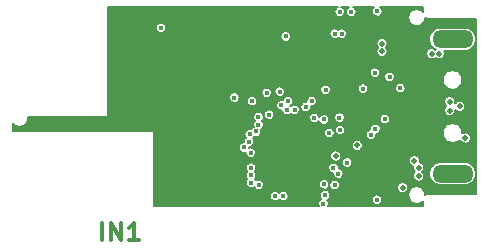
<source format=gbr>
G04 #@! TF.GenerationSoftware,KiCad,Pcbnew,(5.0.1)-4*
G04 #@! TF.CreationDate,2019-05-17T17:50:28+02:00*
G04 #@! TF.ProjectId,nk-LoRa,6E6B2D4C6F52612E6B696361645F7063,R1*
G04 #@! TF.SameCoordinates,PX5f5e100PY5f5e100*
G04 #@! TF.FileFunction,Copper,L2,Inr,Signal*
G04 #@! TF.FilePolarity,Positive*
%FSLAX46Y46*%
G04 Gerber Fmt 4.6, Leading zero omitted, Abs format (unit mm)*
G04 Created by KiCad (PCBNEW (5.0.1)-4) date 17.05.2019 17:50:28*
%MOMM*%
%LPD*%
G01*
G04 APERTURE LIST*
G04 #@! TA.AperFunction,NonConductor*
%ADD10C,0.300000*%
G04 #@! TD*
G04 #@! TA.AperFunction,ViaPad*
%ADD11O,3.500120X1.501140*%
G04 #@! TD*
G04 #@! TA.AperFunction,ViaPad*
%ADD12C,0.500000*%
G04 #@! TD*
G04 #@! TA.AperFunction,ViaPad*
%ADD13C,0.450000*%
G04 #@! TD*
G04 #@! TA.AperFunction,Conductor*
%ADD14C,0.150000*%
G04 #@! TD*
G04 APERTURE END LIST*
D10*
X7980000Y-2538571D02*
X7980000Y-1038571D01*
X8694285Y-2538571D02*
X8694285Y-1038571D01*
X9551428Y-2538571D01*
X9551428Y-1038571D01*
X11051428Y-2538571D02*
X10194285Y-2538571D01*
X10622857Y-2538571D02*
X10622857Y-1038571D01*
X10480000Y-1252857D01*
X10337142Y-1395714D01*
X10194285Y-1467142D01*
D11*
G04 #@! TO.N,Net-(C18-Pad1)*
G04 #@! TO.C,X2*
X37638180Y3093840D03*
X37638180Y14493360D03*
G04 #@! TD*
D12*
G04 #@! TO.N,GND*
G04 #@! TO.C,U3*
X26050000Y10900000D03*
X26050000Y12000000D03*
X26050000Y13100000D03*
X24950000Y10900000D03*
X24950000Y12000000D03*
X24950000Y13100000D03*
X23850000Y10900000D03*
X23850000Y12000000D03*
X23850000Y13100000D03*
G04 #@! TD*
G04 #@! TO.N,GND*
G04 #@! TO.C,U2*
X22400000Y3000000D03*
X22400000Y4066667D03*
X22400000Y5133333D03*
X22400000Y6200000D03*
X23466667Y3000000D03*
X23466667Y4066667D03*
X23466667Y5133333D03*
X23466667Y6200000D03*
X24533333Y3000000D03*
X24533333Y4066667D03*
X24533333Y5133333D03*
X24533333Y6200000D03*
X25600000Y3000000D03*
X25600000Y4066667D03*
X25600000Y5133333D03*
X25600000Y6200000D03*
G04 #@! TD*
D13*
G04 #@! TO.N,GND*
X19450000Y16225000D03*
X19450000Y15425000D03*
X12575000Y1975000D03*
X14125000Y1775000D03*
X9500000Y10900000D03*
X8700000Y11700000D03*
X11000000Y9150000D03*
X10300000Y11700000D03*
X10300000Y8500000D03*
X11800000Y8500000D03*
X9500000Y10100000D03*
X11800000Y9150000D03*
X10300000Y10900000D03*
X10300000Y10100000D03*
X12200000Y11850000D03*
X9500000Y11700000D03*
X11000000Y8500000D03*
X8700000Y10900000D03*
X8700000Y8500000D03*
X10300000Y9300000D03*
X8700000Y10100000D03*
X8700000Y9300000D03*
X9500000Y8500000D03*
X9500000Y9300000D03*
X12200000Y12650000D03*
X10650000Y16225000D03*
X10650000Y17025000D03*
X10450000Y15550000D03*
X12200000Y13450000D03*
X9650000Y15550000D03*
X9650000Y14750000D03*
X10450000Y14750000D03*
X11450000Y16225000D03*
X11450000Y17025000D03*
X15550000Y10600000D03*
X12600000Y9150000D03*
X13400000Y9300000D03*
X15000000Y9300000D03*
X13975000Y10400000D03*
X13100000Y10400000D03*
X14200000Y9300000D03*
X14650000Y16225000D03*
X15450000Y17025000D03*
X16250000Y17025000D03*
X16250000Y16225000D03*
X15450000Y14675000D03*
X16250000Y14675000D03*
X14500000Y14700000D03*
X16250000Y15425000D03*
X15450000Y15425000D03*
X13850000Y16225000D03*
X14650000Y15425000D03*
X13850000Y15425000D03*
X13500000Y14700000D03*
X15450000Y16225000D03*
X14650000Y17025000D03*
X12250000Y17025000D03*
X13850000Y17025000D03*
X13050000Y17025000D03*
X12250000Y16225000D03*
X13050000Y16225000D03*
X20225000Y17025000D03*
X21775000Y17025000D03*
X17050000Y15425000D03*
X18650000Y16225000D03*
X18650000Y15425000D03*
X17050000Y14675000D03*
X19450000Y17025000D03*
X17050000Y17025000D03*
X17850000Y15425000D03*
X18650000Y17025000D03*
X17850000Y17025000D03*
X17050000Y16225000D03*
X17850000Y16225000D03*
X19600000Y10600000D03*
X20650000Y10600000D03*
X16600000Y7700000D03*
X18900000Y8000000D03*
X19700000Y8000000D03*
X18100000Y8000000D03*
X18550000Y10600000D03*
X16250000Y10600000D03*
X17650000Y10600000D03*
X16950000Y10600000D03*
X20500000Y8000000D03*
X15000000Y8500000D03*
X34900000Y6600000D03*
X18125000Y1650000D03*
X14100000Y14100000D03*
X14950000Y14100000D03*
X13425000Y13975000D03*
X15800000Y14100000D03*
X17500000Y14150000D03*
X16650000Y14100000D03*
X16250000Y11425000D03*
X15550000Y11425000D03*
X14850000Y11425000D03*
X16600000Y6100000D03*
X16600000Y3700000D03*
X16600000Y4500000D03*
X16600000Y5300000D03*
X16600000Y6900000D03*
X16600000Y2900000D03*
X17650000Y12700000D03*
X16950000Y12700000D03*
X16250000Y12700000D03*
X15550000Y12700000D03*
X20850000Y1650000D03*
X11000000Y6900000D03*
X9400000Y6900000D03*
X11800000Y6900000D03*
X10200000Y6900000D03*
X7800000Y6900000D03*
X6200000Y6900000D03*
X8600000Y6900000D03*
X7000000Y6900000D03*
X4600000Y6900000D03*
X3000000Y6900000D03*
X5400000Y6900000D03*
X3800000Y6900000D03*
X1400000Y6900000D03*
X2200000Y6900000D03*
X600000Y6900000D03*
X22100000Y600000D03*
X19975000Y1650000D03*
X19050000Y1650000D03*
X17250000Y1650000D03*
X7800000Y7700000D03*
X8600000Y7700000D03*
X7000000Y7700000D03*
X6200000Y7700000D03*
X5400000Y7700000D03*
X3000000Y7700000D03*
X4600000Y7700000D03*
X3800000Y7700000D03*
X11000000Y7700000D03*
X10200000Y7700000D03*
X9400000Y7700000D03*
X11800000Y7700000D03*
X2200000Y7700000D03*
X13400000Y2900000D03*
X13400000Y3700000D03*
X13400000Y4500000D03*
X13400000Y5300000D03*
X13400000Y6100000D03*
X13400000Y6900000D03*
X13400000Y7700000D03*
X13400000Y8500000D03*
X14200000Y8500000D03*
X14200000Y7700000D03*
X14200000Y6900000D03*
X14200000Y6100000D03*
X14200000Y5300000D03*
X14200000Y4500000D03*
X14200000Y3700000D03*
X14200000Y2900000D03*
X15000000Y2900000D03*
X15000000Y3700000D03*
X15000000Y4500000D03*
X15000000Y5300000D03*
X15800000Y5300000D03*
X15800000Y4500000D03*
X15800000Y3700000D03*
X15800000Y2900000D03*
X15800000Y6900000D03*
X15800000Y6100000D03*
X15000000Y6900000D03*
X15000000Y6100000D03*
X15000000Y7700000D03*
X12600000Y2900000D03*
X12600000Y6100000D03*
X12600000Y3700000D03*
X12600000Y6900000D03*
X12600000Y7700000D03*
X12600000Y8500000D03*
X12600000Y4500000D03*
X12600000Y5300000D03*
D12*
X31700000Y14825000D03*
X36700000Y6000000D03*
X33450000Y11150000D03*
X33700000Y15550000D03*
X33100000Y16650000D03*
X32300000Y16650000D03*
X31470000Y3640000D03*
D13*
X15775000Y1750000D03*
X15000000Y1750000D03*
X19850000Y7075000D03*
X27400000Y16800000D03*
X21950000Y16200000D03*
X14150000Y12700000D03*
X14850000Y12700000D03*
X17650000Y11425000D03*
X16950000Y11425000D03*
X19850000Y6100000D03*
X31200000Y9450000D03*
D12*
X35600000Y6300000D03*
D13*
X33750000Y5550000D03*
X35250000Y2350000D03*
X26250000Y14950000D03*
X29025000Y13275000D03*
X24225000Y14724990D03*
X26800000Y9250000D03*
X38830000Y5410000D03*
D12*
X33750000Y6575000D03*
D13*
X25550000Y550000D03*
X27411404Y2825008D03*
X30125000Y550000D03*
X32200000Y900000D03*
X15375000Y2275000D03*
X14550000Y2275000D03*
X15800000Y7700000D03*
X21775000Y10625002D03*
X13100000Y11200000D03*
X19800000Y9174990D03*
D12*
G04 #@! TO.N,+5V*
X35850000Y13250000D03*
X36500000Y13250000D03*
D13*
X31900000Y7725010D03*
G04 #@! TO.N,Net-(C4-Pad2)*
X20575000Y2325018D03*
G04 #@! TO.N,Net-(C5-Pad2)*
X20576063Y2975011D03*
G04 #@! TO.N,/EN*
X27651928Y2146459D03*
G04 #@! TO.N,+3V3*
X22600000Y1200000D03*
X19150000Y9550000D03*
X27650000Y14950000D03*
X28250000Y14950000D03*
D12*
X29550000Y5500000D03*
X31650000Y13450000D03*
X31650000Y14100000D03*
D13*
X30719976Y6409324D03*
X31050000Y11650000D03*
X21200000Y7900000D03*
X25925000Y7825010D03*
X31250000Y16850000D03*
X27950000Y3100000D03*
X30050000Y10300000D03*
D12*
X27749988Y4600000D03*
D13*
X23300000Y1200000D03*
X20570101Y3604895D03*
X33200000Y10350000D03*
X26749992Y7700000D03*
X20655817Y9246536D03*
X26700000Y550000D03*
X21225000Y2150000D03*
X20538451Y4874999D03*
G04 #@! TO.N,/RTS*
X31100000Y6900000D03*
D12*
X33407661Y1913856D03*
G04 #@! TO.N,/DTR*
X34400000Y4200000D03*
G04 #@! TO.N,/TXD*
X38250000Y8800000D03*
X34750000Y3600000D03*
D13*
G04 #@! TO.N,/RXD0*
X20450000Y6425000D03*
X26754941Y2208647D03*
D12*
G04 #@! TO.N,/RXD*
X34750000Y2900000D03*
X38709997Y6119997D03*
D13*
G04 #@! TO.N,/TXD0*
X20400002Y5800000D03*
X26842919Y1292583D03*
G04 #@! TO.N,Net-(R12-Pad1)*
X31225008Y900000D03*
G04 #@! TO.N,/SD_DETECT*
X32300000Y11300000D03*
X23125000Y8900000D03*
D12*
G04 #@! TO.N,/HD+*
X37400000Y8450000D03*
G04 #@! TO.N,/HD-*
X37400000Y9200000D03*
D13*
G04 #@! TO.N,/RF_RESET*
X25200000Y8750000D03*
X21199888Y7250000D03*
G04 #@! TO.N,/SD_DAT0*
X28049974Y7850012D03*
G04 #@! TO.N,/SD_CLK*
X27550000Y3600000D03*
X28101218Y6799989D03*
G04 #@! TO.N,/SD_CMD*
X29050000Y16800000D03*
G04 #@! TO.N,/RF_CS*
X22999980Y10050000D03*
G04 #@! TO.N,/RF_SCK*
X23700000Y9250000D03*
G04 #@! TO.N,/RF_MISO*
X24249988Y8500000D03*
G04 #@! TO.N,/RF_MOSI*
X23600000Y8500008D03*
G04 #@! TO.N,Net-(C22-Pad1)*
X23500000Y14725000D03*
X28075000Y16800000D03*
G04 #@! TO.N,/DIO2*
X21900000Y9950000D03*
X26881816Y10200000D03*
G04 #@! TO.N,/ANT_SW*
X12950000Y15450000D03*
X19975000Y5325004D03*
G04 #@! TO.N,/DIO1*
X22100169Y8100167D03*
G04 #@! TO.N,/RF_BUSY*
X25700000Y9250000D03*
X21002764Y6683303D03*
G04 #@! TO.N,/GPIO_0*
X27200000Y6550024D03*
G04 #@! TO.N,Net-(R11-Pad1)*
X28700000Y4049998D03*
G04 #@! TD*
D14*
G04 #@! TO.N,GND*
G36*
X27861845Y17198785D02*
X27788142Y17149538D01*
X27725462Y17086858D01*
X27676215Y17013155D01*
X27642294Y16931260D01*
X27625000Y16844321D01*
X27625000Y16755679D01*
X27642294Y16668740D01*
X27676215Y16586845D01*
X27725462Y16513142D01*
X27788142Y16450462D01*
X27861845Y16401215D01*
X27943740Y16367294D01*
X28030679Y16350000D01*
X28119321Y16350000D01*
X28206260Y16367294D01*
X28288155Y16401215D01*
X28361858Y16450462D01*
X28424538Y16513142D01*
X28473785Y16586845D01*
X28507706Y16668740D01*
X28525000Y16755679D01*
X28525000Y16844321D01*
X28507706Y16931260D01*
X28473785Y17013155D01*
X28424538Y17086858D01*
X28361858Y17149538D01*
X28288155Y17198785D01*
X28224864Y17225000D01*
X28900136Y17225000D01*
X28836845Y17198785D01*
X28763142Y17149538D01*
X28700462Y17086858D01*
X28651215Y17013155D01*
X28617294Y16931260D01*
X28600000Y16844321D01*
X28600000Y16755679D01*
X28617294Y16668740D01*
X28651215Y16586845D01*
X28700462Y16513142D01*
X28763142Y16450462D01*
X28836845Y16401215D01*
X28918740Y16367294D01*
X29005679Y16350000D01*
X29094321Y16350000D01*
X29181260Y16367294D01*
X29263155Y16401215D01*
X29336858Y16450462D01*
X29399538Y16513142D01*
X29448785Y16586845D01*
X29482706Y16668740D01*
X29500000Y16755679D01*
X29500000Y16844321D01*
X29482706Y16931260D01*
X29448785Y17013155D01*
X29399538Y17086858D01*
X29336858Y17149538D01*
X29263155Y17198785D01*
X29199864Y17225000D01*
X31001248Y17225000D01*
X30963142Y17199538D01*
X30900462Y17136858D01*
X30851215Y17063155D01*
X30817294Y16981260D01*
X30800000Y16894321D01*
X30800000Y16805679D01*
X30817294Y16718740D01*
X30851215Y16636845D01*
X30900462Y16563142D01*
X30963142Y16500462D01*
X31036845Y16451215D01*
X31118740Y16417294D01*
X31205679Y16400000D01*
X31294321Y16400000D01*
X31381260Y16417294D01*
X31463155Y16451215D01*
X31536858Y16500462D01*
X31599538Y16563142D01*
X31648785Y16636845D01*
X31682706Y16718740D01*
X31700000Y16805679D01*
X31700000Y16894321D01*
X31682706Y16981260D01*
X31648785Y17063155D01*
X31599538Y17136858D01*
X31536858Y17199538D01*
X31498752Y17225000D01*
X35125001Y17225000D01*
X35125000Y16800305D01*
X35062161Y16863144D01*
X34943416Y16942487D01*
X34811475Y16997139D01*
X34671406Y17025000D01*
X34528594Y17025000D01*
X34388525Y16997139D01*
X34256584Y16942487D01*
X34137839Y16863144D01*
X34036856Y16762161D01*
X33957513Y16643416D01*
X33902861Y16511475D01*
X33875000Y16371406D01*
X33875000Y16228594D01*
X33902861Y16088525D01*
X33957513Y15956584D01*
X34036856Y15837839D01*
X34137839Y15736856D01*
X34256584Y15657513D01*
X34388525Y15602861D01*
X34528594Y15575000D01*
X34671406Y15575000D01*
X34811475Y15602861D01*
X34943416Y15657513D01*
X35062161Y15736856D01*
X35163144Y15837839D01*
X35242487Y15956584D01*
X35297139Y16088525D01*
X35325000Y16228594D01*
X35325000Y16268332D01*
X35355800Y16251869D01*
X35426487Y16230426D01*
X35500000Y16223186D01*
X35518419Y16225000D01*
X39625001Y16225000D01*
X39625000Y1375000D01*
X35518419Y1375000D01*
X35500000Y1376814D01*
X35481581Y1375000D01*
X35426487Y1369574D01*
X35355800Y1348131D01*
X35325000Y1331668D01*
X35325000Y1371406D01*
X35297139Y1511475D01*
X35242487Y1643416D01*
X35163144Y1762161D01*
X35062161Y1863144D01*
X34943416Y1942487D01*
X34811475Y1997139D01*
X34671406Y2025000D01*
X34528594Y2025000D01*
X34388525Y1997139D01*
X34256584Y1942487D01*
X34137839Y1863144D01*
X34036856Y1762161D01*
X33957513Y1643416D01*
X33902861Y1511475D01*
X33875000Y1371406D01*
X33875000Y1228594D01*
X33902861Y1088525D01*
X33957513Y956584D01*
X34036856Y837839D01*
X34137839Y736856D01*
X34256584Y657513D01*
X34388525Y602861D01*
X34528594Y575000D01*
X34671406Y575000D01*
X34811475Y602861D01*
X34943416Y657513D01*
X35062161Y736856D01*
X35125001Y799696D01*
X35125000Y375000D01*
X27114589Y375000D01*
X27132706Y418740D01*
X27150000Y505679D01*
X27150000Y594321D01*
X27132706Y681260D01*
X27098785Y763155D01*
X27049538Y836858D01*
X27011189Y875207D01*
X27056074Y893798D01*
X27129777Y943045D01*
X27131053Y944321D01*
X30775008Y944321D01*
X30775008Y855679D01*
X30792302Y768740D01*
X30826223Y686845D01*
X30875470Y613142D01*
X30938150Y550462D01*
X31011853Y501215D01*
X31093748Y467294D01*
X31180687Y450000D01*
X31269329Y450000D01*
X31356268Y467294D01*
X31438163Y501215D01*
X31511866Y550462D01*
X31574546Y613142D01*
X31623793Y686845D01*
X31657714Y768740D01*
X31675008Y855679D01*
X31675008Y944321D01*
X31657714Y1031260D01*
X31623793Y1113155D01*
X31574546Y1186858D01*
X31511866Y1249538D01*
X31438163Y1298785D01*
X31356268Y1332706D01*
X31269329Y1350000D01*
X31180687Y1350000D01*
X31093748Y1332706D01*
X31011853Y1298785D01*
X30938150Y1249538D01*
X30875470Y1186858D01*
X30826223Y1113155D01*
X30792302Y1031260D01*
X30775008Y944321D01*
X27131053Y944321D01*
X27192457Y1005725D01*
X27241704Y1079428D01*
X27275625Y1161323D01*
X27292919Y1248262D01*
X27292919Y1336904D01*
X27275625Y1423843D01*
X27241704Y1505738D01*
X27192457Y1579441D01*
X27129777Y1642121D01*
X27056074Y1691368D01*
X26974179Y1725289D01*
X26887240Y1742583D01*
X26798598Y1742583D01*
X26711659Y1725289D01*
X26629764Y1691368D01*
X26556061Y1642121D01*
X26493381Y1579441D01*
X26444134Y1505738D01*
X26410213Y1423843D01*
X26392919Y1336904D01*
X26392919Y1248262D01*
X26410213Y1161323D01*
X26444134Y1079428D01*
X26493381Y1005725D01*
X26531730Y967376D01*
X26486845Y948785D01*
X26413142Y899538D01*
X26350462Y836858D01*
X26301215Y763155D01*
X26267294Y681260D01*
X26250000Y594321D01*
X26250000Y505679D01*
X26267294Y418740D01*
X26285411Y375000D01*
X12375000Y375000D01*
X12375000Y1244321D01*
X22150000Y1244321D01*
X22150000Y1155679D01*
X22167294Y1068740D01*
X22201215Y986845D01*
X22250462Y913142D01*
X22313142Y850462D01*
X22386845Y801215D01*
X22468740Y767294D01*
X22555679Y750000D01*
X22644321Y750000D01*
X22731260Y767294D01*
X22813155Y801215D01*
X22886858Y850462D01*
X22949538Y913142D01*
X22950000Y913833D01*
X22950462Y913142D01*
X23013142Y850462D01*
X23086845Y801215D01*
X23168740Y767294D01*
X23255679Y750000D01*
X23344321Y750000D01*
X23431260Y767294D01*
X23513155Y801215D01*
X23586858Y850462D01*
X23649538Y913142D01*
X23698785Y986845D01*
X23732706Y1068740D01*
X23750000Y1155679D01*
X23750000Y1244321D01*
X23732706Y1331260D01*
X23698785Y1413155D01*
X23649538Y1486858D01*
X23586858Y1549538D01*
X23513155Y1598785D01*
X23431260Y1632706D01*
X23344321Y1650000D01*
X23255679Y1650000D01*
X23168740Y1632706D01*
X23086845Y1598785D01*
X23013142Y1549538D01*
X22950462Y1486858D01*
X22950000Y1486167D01*
X22949538Y1486858D01*
X22886858Y1549538D01*
X22813155Y1598785D01*
X22731260Y1632706D01*
X22644321Y1650000D01*
X22555679Y1650000D01*
X22468740Y1632706D01*
X22386845Y1598785D01*
X22313142Y1549538D01*
X22250462Y1486858D01*
X22201215Y1413155D01*
X22167294Y1331260D01*
X22150000Y1244321D01*
X12375000Y1244321D01*
X12375000Y3649216D01*
X20120101Y3649216D01*
X20120101Y3560574D01*
X20137395Y3473635D01*
X20171316Y3391740D01*
X20220563Y3318037D01*
X20251628Y3286972D01*
X20226525Y3261869D01*
X20177278Y3188166D01*
X20143357Y3106271D01*
X20126063Y3019332D01*
X20126063Y2930690D01*
X20143357Y2843751D01*
X20177278Y2761856D01*
X20226525Y2688153D01*
X20264132Y2650546D01*
X20225462Y2611876D01*
X20176215Y2538173D01*
X20142294Y2456278D01*
X20125000Y2369339D01*
X20125000Y2280697D01*
X20142294Y2193758D01*
X20176215Y2111863D01*
X20225462Y2038160D01*
X20288142Y1975480D01*
X20361845Y1926233D01*
X20443740Y1892312D01*
X20530679Y1875018D01*
X20619321Y1875018D01*
X20706260Y1892312D01*
X20788155Y1926233D01*
X20821407Y1948452D01*
X20826215Y1936845D01*
X20875462Y1863142D01*
X20938142Y1800462D01*
X21011845Y1751215D01*
X21093740Y1717294D01*
X21180679Y1700000D01*
X21269321Y1700000D01*
X21356260Y1717294D01*
X21438155Y1751215D01*
X21511858Y1800462D01*
X21574538Y1863142D01*
X21623785Y1936845D01*
X21657706Y2018740D01*
X21675000Y2105679D01*
X21675000Y2194321D01*
X21663334Y2252968D01*
X26304941Y2252968D01*
X26304941Y2164326D01*
X26322235Y2077387D01*
X26356156Y1995492D01*
X26405403Y1921789D01*
X26468083Y1859109D01*
X26541786Y1809862D01*
X26623681Y1775941D01*
X26710620Y1758647D01*
X26799262Y1758647D01*
X26886201Y1775941D01*
X26968096Y1809862D01*
X27041799Y1859109D01*
X27104479Y1921789D01*
X27153726Y1995492D01*
X27187647Y2077387D01*
X27201928Y2149179D01*
X27201928Y2102138D01*
X27219222Y2015199D01*
X27253143Y1933304D01*
X27302390Y1859601D01*
X27365070Y1796921D01*
X27438773Y1747674D01*
X27520668Y1713753D01*
X27607607Y1696459D01*
X27696249Y1696459D01*
X27783188Y1713753D01*
X27865083Y1747674D01*
X27938786Y1796921D01*
X28001466Y1859601D01*
X28050713Y1933304D01*
X28062035Y1960639D01*
X32932661Y1960639D01*
X32932661Y1867073D01*
X32950915Y1775304D01*
X32986722Y1688859D01*
X33038705Y1611061D01*
X33104866Y1544900D01*
X33182664Y1492917D01*
X33269109Y1457110D01*
X33360878Y1438856D01*
X33454444Y1438856D01*
X33546213Y1457110D01*
X33632658Y1492917D01*
X33710456Y1544900D01*
X33776617Y1611061D01*
X33828600Y1688859D01*
X33864407Y1775304D01*
X33882661Y1867073D01*
X33882661Y1960639D01*
X33864407Y2052408D01*
X33828600Y2138853D01*
X33776617Y2216651D01*
X33710456Y2282812D01*
X33632658Y2334795D01*
X33546213Y2370602D01*
X33454444Y2388856D01*
X33360878Y2388856D01*
X33269109Y2370602D01*
X33182664Y2334795D01*
X33104866Y2282812D01*
X33038705Y2216651D01*
X32986722Y2138853D01*
X32950915Y2052408D01*
X32932661Y1960639D01*
X28062035Y1960639D01*
X28084634Y2015199D01*
X28101928Y2102138D01*
X28101928Y2190780D01*
X28084634Y2277719D01*
X28050713Y2359614D01*
X28001466Y2433317D01*
X27938786Y2495997D01*
X27865083Y2545244D01*
X27783188Y2579165D01*
X27696249Y2596459D01*
X27607607Y2596459D01*
X27520668Y2579165D01*
X27438773Y2545244D01*
X27365070Y2495997D01*
X27302390Y2433317D01*
X27253143Y2359614D01*
X27219222Y2277719D01*
X27204941Y2205927D01*
X27204941Y2252968D01*
X27187647Y2339907D01*
X27153726Y2421802D01*
X27104479Y2495505D01*
X27041799Y2558185D01*
X26968096Y2607432D01*
X26886201Y2641353D01*
X26799262Y2658647D01*
X26710620Y2658647D01*
X26623681Y2641353D01*
X26541786Y2607432D01*
X26468083Y2558185D01*
X26405403Y2495505D01*
X26356156Y2421802D01*
X26322235Y2339907D01*
X26304941Y2252968D01*
X21663334Y2252968D01*
X21657706Y2281260D01*
X21623785Y2363155D01*
X21574538Y2436858D01*
X21511858Y2499538D01*
X21438155Y2548785D01*
X21356260Y2582706D01*
X21269321Y2600000D01*
X21180679Y2600000D01*
X21093740Y2582706D01*
X21011845Y2548785D01*
X20978593Y2526566D01*
X20973785Y2538173D01*
X20924538Y2611876D01*
X20886931Y2649483D01*
X20925601Y2688153D01*
X20974848Y2761856D01*
X21008769Y2843751D01*
X21026063Y2930690D01*
X21026063Y3019332D01*
X21008769Y3106271D01*
X20974848Y3188166D01*
X20925601Y3261869D01*
X20894536Y3292934D01*
X20919639Y3318037D01*
X20968886Y3391740D01*
X21002807Y3473635D01*
X21020101Y3560574D01*
X21020101Y3644321D01*
X27100000Y3644321D01*
X27100000Y3555679D01*
X27117294Y3468740D01*
X27151215Y3386845D01*
X27200462Y3313142D01*
X27263142Y3250462D01*
X27336845Y3201215D01*
X27418740Y3167294D01*
X27501303Y3150871D01*
X27500000Y3144321D01*
X27500000Y3055679D01*
X27517294Y2968740D01*
X27551215Y2886845D01*
X27600462Y2813142D01*
X27663142Y2750462D01*
X27736845Y2701215D01*
X27818740Y2667294D01*
X27905679Y2650000D01*
X27994321Y2650000D01*
X28081260Y2667294D01*
X28163155Y2701215D01*
X28236858Y2750462D01*
X28299538Y2813142D01*
X28348785Y2886845D01*
X28382706Y2968740D01*
X28400000Y3055679D01*
X28400000Y3144321D01*
X28382706Y3231260D01*
X28348785Y3313155D01*
X28299538Y3386858D01*
X28236858Y3449538D01*
X28163155Y3498785D01*
X28081260Y3532706D01*
X27998697Y3549129D01*
X28000000Y3555679D01*
X28000000Y3644321D01*
X27982706Y3731260D01*
X27948785Y3813155D01*
X27899538Y3886858D01*
X27836858Y3949538D01*
X27763155Y3998785D01*
X27681260Y4032706D01*
X27594321Y4050000D01*
X27505679Y4050000D01*
X27418740Y4032706D01*
X27336845Y3998785D01*
X27263142Y3949538D01*
X27200462Y3886858D01*
X27151215Y3813155D01*
X27117294Y3731260D01*
X27100000Y3644321D01*
X21020101Y3644321D01*
X21020101Y3649216D01*
X21002807Y3736155D01*
X20968886Y3818050D01*
X20919639Y3891753D01*
X20856959Y3954433D01*
X20783256Y4003680D01*
X20701361Y4037601D01*
X20614422Y4054895D01*
X20525780Y4054895D01*
X20438841Y4037601D01*
X20356946Y4003680D01*
X20283243Y3954433D01*
X20220563Y3891753D01*
X20171316Y3818050D01*
X20137395Y3736155D01*
X20120101Y3649216D01*
X12375000Y3649216D01*
X12375000Y4094319D01*
X28250000Y4094319D01*
X28250000Y4005677D01*
X28267294Y3918738D01*
X28301215Y3836843D01*
X28350462Y3763140D01*
X28413142Y3700460D01*
X28486845Y3651213D01*
X28568740Y3617292D01*
X28655679Y3599998D01*
X28744321Y3599998D01*
X28831260Y3617292D01*
X28913155Y3651213D01*
X28986858Y3700460D01*
X29049538Y3763140D01*
X29098785Y3836843D01*
X29132706Y3918738D01*
X29150000Y4005677D01*
X29150000Y4094319D01*
X29132706Y4181258D01*
X29105566Y4246783D01*
X33925000Y4246783D01*
X33925000Y4153217D01*
X33943254Y4061448D01*
X33979061Y3975003D01*
X34031044Y3897205D01*
X34097205Y3831044D01*
X34175003Y3779061D01*
X34261448Y3743254D01*
X34292943Y3736989D01*
X34275000Y3646783D01*
X34275000Y3553217D01*
X34293254Y3461448D01*
X34329061Y3375003D01*
X34381044Y3297205D01*
X34428249Y3250000D01*
X34381044Y3202795D01*
X34329061Y3124997D01*
X34293254Y3038552D01*
X34275000Y2946783D01*
X34275000Y2853217D01*
X34293254Y2761448D01*
X34329061Y2675003D01*
X34381044Y2597205D01*
X34447205Y2531044D01*
X34525003Y2479061D01*
X34611448Y2443254D01*
X34703217Y2425000D01*
X34796783Y2425000D01*
X34888552Y2443254D01*
X34974997Y2479061D01*
X35052795Y2531044D01*
X35118956Y2597205D01*
X35170939Y2675003D01*
X35206746Y2761448D01*
X35225000Y2853217D01*
X35225000Y2946783D01*
X35206746Y3038552D01*
X35183845Y3093840D01*
X35658400Y3093840D01*
X35677236Y2902595D01*
X35733020Y2718699D01*
X35823609Y2549220D01*
X35945520Y2400670D01*
X36094070Y2278759D01*
X36263549Y2188170D01*
X36447445Y2132386D01*
X36590767Y2118270D01*
X38685593Y2118270D01*
X38828915Y2132386D01*
X39012811Y2188170D01*
X39182290Y2278759D01*
X39330840Y2400670D01*
X39452751Y2549220D01*
X39543340Y2718699D01*
X39599124Y2902595D01*
X39617960Y3093840D01*
X39599124Y3285085D01*
X39543340Y3468981D01*
X39452751Y3638460D01*
X39330840Y3787010D01*
X39182290Y3908921D01*
X39012811Y3999510D01*
X38828915Y4055294D01*
X38685593Y4069410D01*
X36590767Y4069410D01*
X36447445Y4055294D01*
X36263549Y3999510D01*
X36094070Y3908921D01*
X35945520Y3787010D01*
X35823609Y3638460D01*
X35733020Y3468981D01*
X35677236Y3285085D01*
X35658400Y3093840D01*
X35183845Y3093840D01*
X35170939Y3124997D01*
X35118956Y3202795D01*
X35071751Y3250000D01*
X35118956Y3297205D01*
X35170939Y3375003D01*
X35206746Y3461448D01*
X35225000Y3553217D01*
X35225000Y3646783D01*
X35206746Y3738552D01*
X35170939Y3824997D01*
X35118956Y3902795D01*
X35052795Y3968956D01*
X34974997Y4020939D01*
X34888552Y4056746D01*
X34857057Y4063011D01*
X34875000Y4153217D01*
X34875000Y4246783D01*
X34856746Y4338552D01*
X34820939Y4424997D01*
X34768956Y4502795D01*
X34702795Y4568956D01*
X34624997Y4620939D01*
X34538552Y4656746D01*
X34446783Y4675000D01*
X34353217Y4675000D01*
X34261448Y4656746D01*
X34175003Y4620939D01*
X34097205Y4568956D01*
X34031044Y4502795D01*
X33979061Y4424997D01*
X33943254Y4338552D01*
X33925000Y4246783D01*
X29105566Y4246783D01*
X29098785Y4263153D01*
X29049538Y4336856D01*
X28986858Y4399536D01*
X28913155Y4448783D01*
X28831260Y4482704D01*
X28744321Y4499998D01*
X28655679Y4499998D01*
X28568740Y4482704D01*
X28486845Y4448783D01*
X28413142Y4399536D01*
X28350462Y4336856D01*
X28301215Y4263153D01*
X28267294Y4181258D01*
X28250000Y4094319D01*
X12375000Y4094319D01*
X12375000Y5369325D01*
X19525000Y5369325D01*
X19525000Y5280683D01*
X19542294Y5193744D01*
X19576215Y5111849D01*
X19625462Y5038146D01*
X19688142Y4975466D01*
X19761845Y4926219D01*
X19843740Y4892298D01*
X19930679Y4875004D01*
X20019321Y4875004D01*
X20088451Y4888755D01*
X20088451Y4830678D01*
X20105745Y4743739D01*
X20139666Y4661844D01*
X20188913Y4588141D01*
X20251593Y4525461D01*
X20325296Y4476214D01*
X20407191Y4442293D01*
X20494130Y4424999D01*
X20582772Y4424999D01*
X20669711Y4442293D01*
X20751606Y4476214D01*
X20825309Y4525461D01*
X20887989Y4588141D01*
X20927172Y4646783D01*
X27274988Y4646783D01*
X27274988Y4553217D01*
X27293242Y4461448D01*
X27329049Y4375003D01*
X27381032Y4297205D01*
X27447193Y4231044D01*
X27524991Y4179061D01*
X27611436Y4143254D01*
X27703205Y4125000D01*
X27796771Y4125000D01*
X27888540Y4143254D01*
X27974985Y4179061D01*
X28052783Y4231044D01*
X28118944Y4297205D01*
X28170927Y4375003D01*
X28206734Y4461448D01*
X28224988Y4553217D01*
X28224988Y4646783D01*
X28206734Y4738552D01*
X28170927Y4824997D01*
X28118944Y4902795D01*
X28052783Y4968956D01*
X27974985Y5020939D01*
X27888540Y5056746D01*
X27796771Y5075000D01*
X27703205Y5075000D01*
X27611436Y5056746D01*
X27524991Y5020939D01*
X27447193Y4968956D01*
X27381032Y4902795D01*
X27329049Y4824997D01*
X27293242Y4738552D01*
X27274988Y4646783D01*
X20927172Y4646783D01*
X20937236Y4661844D01*
X20971157Y4743739D01*
X20988451Y4830678D01*
X20988451Y4919320D01*
X20971157Y5006259D01*
X20937236Y5088154D01*
X20887989Y5161857D01*
X20825309Y5224537D01*
X20751606Y5273784D01*
X20669711Y5307705D01*
X20582772Y5324999D01*
X20494130Y5324999D01*
X20425000Y5311248D01*
X20425000Y5350000D01*
X20444323Y5350000D01*
X20531262Y5367294D01*
X20613157Y5401215D01*
X20686860Y5450462D01*
X20749540Y5513142D01*
X20772018Y5546783D01*
X29075000Y5546783D01*
X29075000Y5453217D01*
X29093254Y5361448D01*
X29129061Y5275003D01*
X29181044Y5197205D01*
X29247205Y5131044D01*
X29325003Y5079061D01*
X29411448Y5043254D01*
X29503217Y5025000D01*
X29596783Y5025000D01*
X29688552Y5043254D01*
X29774997Y5079061D01*
X29852795Y5131044D01*
X29918956Y5197205D01*
X29970939Y5275003D01*
X30006746Y5361448D01*
X30025000Y5453217D01*
X30025000Y5546783D01*
X30006746Y5638552D01*
X29970939Y5724997D01*
X29918956Y5802795D01*
X29852795Y5868956D01*
X29774997Y5920939D01*
X29688552Y5956746D01*
X29596783Y5975000D01*
X29503217Y5975000D01*
X29411448Y5956746D01*
X29325003Y5920939D01*
X29247205Y5868956D01*
X29181044Y5802795D01*
X29129061Y5724997D01*
X29093254Y5638552D01*
X29075000Y5546783D01*
X20772018Y5546783D01*
X20798787Y5586845D01*
X20832708Y5668740D01*
X20850002Y5755679D01*
X20850002Y5844321D01*
X20832708Y5931260D01*
X20798787Y6013155D01*
X20749540Y6086858D01*
X20748897Y6087501D01*
X20799538Y6138142D01*
X20848785Y6211845D01*
X20865813Y6252954D01*
X20871504Y6250597D01*
X20958443Y6233303D01*
X21047085Y6233303D01*
X21134024Y6250597D01*
X21215919Y6284518D01*
X21289622Y6333765D01*
X21352302Y6396445D01*
X21401549Y6470148D01*
X21435470Y6552043D01*
X21443884Y6594345D01*
X26750000Y6594345D01*
X26750000Y6505703D01*
X26767294Y6418764D01*
X26801215Y6336869D01*
X26850462Y6263166D01*
X26913142Y6200486D01*
X26986845Y6151239D01*
X27068740Y6117318D01*
X27155679Y6100024D01*
X27244321Y6100024D01*
X27331260Y6117318D01*
X27413155Y6151239D01*
X27486858Y6200486D01*
X27549538Y6263166D01*
X27598785Y6336869D01*
X27632706Y6418764D01*
X27650000Y6505703D01*
X27650000Y6594345D01*
X27632706Y6681284D01*
X27598785Y6763179D01*
X27549538Y6836882D01*
X27542110Y6844310D01*
X27651218Y6844310D01*
X27651218Y6755668D01*
X27668512Y6668729D01*
X27702433Y6586834D01*
X27751680Y6513131D01*
X27814360Y6450451D01*
X27888063Y6401204D01*
X27969958Y6367283D01*
X28056897Y6349989D01*
X28145539Y6349989D01*
X28232478Y6367283D01*
X28314373Y6401204D01*
X28388076Y6450451D01*
X28391270Y6453645D01*
X30269976Y6453645D01*
X30269976Y6365003D01*
X30287270Y6278064D01*
X30321191Y6196169D01*
X30370438Y6122466D01*
X30433118Y6059786D01*
X30506821Y6010539D01*
X30588716Y5976618D01*
X30675655Y5959324D01*
X30764297Y5959324D01*
X30851236Y5976618D01*
X30933131Y6010539D01*
X31006834Y6059786D01*
X31069514Y6122466D01*
X31118761Y6196169D01*
X31152682Y6278064D01*
X31169976Y6365003D01*
X31169976Y6453645D01*
X31169697Y6455048D01*
X31231260Y6467294D01*
X31313155Y6501215D01*
X31386858Y6550462D01*
X31449538Y6613142D01*
X31457065Y6624407D01*
X36813270Y6624407D01*
X36813270Y6461913D01*
X36844971Y6302543D01*
X36907155Y6152419D01*
X36997431Y6017311D01*
X37112331Y5902411D01*
X37247439Y5812135D01*
X37397563Y5749951D01*
X37556933Y5718250D01*
X37719427Y5718250D01*
X37878797Y5749951D01*
X38028921Y5812135D01*
X38164029Y5902411D01*
X38251561Y5989943D01*
X38253251Y5981445D01*
X38289058Y5895000D01*
X38341041Y5817202D01*
X38407202Y5751041D01*
X38485000Y5699058D01*
X38571445Y5663251D01*
X38663214Y5644997D01*
X38756780Y5644997D01*
X38848549Y5663251D01*
X38934994Y5699058D01*
X39012792Y5751041D01*
X39078953Y5817202D01*
X39130936Y5895000D01*
X39166743Y5981445D01*
X39184997Y6073214D01*
X39184997Y6166780D01*
X39166743Y6258549D01*
X39130936Y6344994D01*
X39078953Y6422792D01*
X39012792Y6488953D01*
X38934994Y6540936D01*
X38848549Y6576743D01*
X38756780Y6594997D01*
X38663214Y6594997D01*
X38571445Y6576743D01*
X38485000Y6540936D01*
X38463090Y6526296D01*
X38463090Y6624407D01*
X38431389Y6783777D01*
X38369205Y6933901D01*
X38278929Y7069009D01*
X38164029Y7183909D01*
X38028921Y7274185D01*
X37878797Y7336369D01*
X37719427Y7368070D01*
X37556933Y7368070D01*
X37397563Y7336369D01*
X37247439Y7274185D01*
X37112331Y7183909D01*
X36997431Y7069009D01*
X36907155Y6933901D01*
X36844971Y6783777D01*
X36813270Y6624407D01*
X31457065Y6624407D01*
X31498785Y6686845D01*
X31532706Y6768740D01*
X31550000Y6855679D01*
X31550000Y6944321D01*
X31532706Y7031260D01*
X31498785Y7113155D01*
X31449538Y7186858D01*
X31386858Y7249538D01*
X31313155Y7298785D01*
X31231260Y7332706D01*
X31144321Y7350000D01*
X31055679Y7350000D01*
X30968740Y7332706D01*
X30886845Y7298785D01*
X30813142Y7249538D01*
X30750462Y7186858D01*
X30701215Y7113155D01*
X30667294Y7031260D01*
X30650000Y6944321D01*
X30650000Y6855679D01*
X30650279Y6854276D01*
X30588716Y6842030D01*
X30506821Y6808109D01*
X30433118Y6758862D01*
X30370438Y6696182D01*
X30321191Y6622479D01*
X30287270Y6540584D01*
X30269976Y6453645D01*
X28391270Y6453645D01*
X28450756Y6513131D01*
X28500003Y6586834D01*
X28533924Y6668729D01*
X28551218Y6755668D01*
X28551218Y6844310D01*
X28533924Y6931249D01*
X28500003Y7013144D01*
X28450756Y7086847D01*
X28388076Y7149527D01*
X28314373Y7198774D01*
X28232478Y7232695D01*
X28145539Y7249989D01*
X28056897Y7249989D01*
X27969958Y7232695D01*
X27888063Y7198774D01*
X27814360Y7149527D01*
X27751680Y7086847D01*
X27702433Y7013144D01*
X27668512Y6931249D01*
X27651218Y6844310D01*
X27542110Y6844310D01*
X27486858Y6899562D01*
X27413155Y6948809D01*
X27331260Y6982730D01*
X27244321Y7000024D01*
X27155679Y7000024D01*
X27068740Y6982730D01*
X26986845Y6948809D01*
X26913142Y6899562D01*
X26850462Y6836882D01*
X26801215Y6763179D01*
X26767294Y6681284D01*
X26750000Y6594345D01*
X21443884Y6594345D01*
X21452764Y6638982D01*
X21452764Y6727624D01*
X21435470Y6814563D01*
X21418718Y6855007D01*
X21486746Y6900462D01*
X21549426Y6963142D01*
X21598673Y7036845D01*
X21632594Y7118740D01*
X21649888Y7205679D01*
X21649888Y7294321D01*
X21632594Y7381260D01*
X21598673Y7463155D01*
X21549426Y7536858D01*
X21511340Y7574944D01*
X21549538Y7613142D01*
X21598785Y7686845D01*
X21632706Y7768740D01*
X21650000Y7855679D01*
X21650000Y7944321D01*
X21632706Y8031260D01*
X21598785Y8113155D01*
X21577849Y8144488D01*
X21650169Y8144488D01*
X21650169Y8055846D01*
X21667463Y7968907D01*
X21701384Y7887012D01*
X21750631Y7813309D01*
X21813311Y7750629D01*
X21887014Y7701382D01*
X21968909Y7667461D01*
X22055848Y7650167D01*
X22144490Y7650167D01*
X22231429Y7667461D01*
X22313324Y7701382D01*
X22387027Y7750629D01*
X22449707Y7813309D01*
X22487139Y7869331D01*
X25475000Y7869331D01*
X25475000Y7780689D01*
X25492294Y7693750D01*
X25526215Y7611855D01*
X25575462Y7538152D01*
X25638142Y7475472D01*
X25711845Y7426225D01*
X25793740Y7392304D01*
X25880679Y7375010D01*
X25969321Y7375010D01*
X26056260Y7392304D01*
X26138155Y7426225D01*
X26211858Y7475472D01*
X26274538Y7538152D01*
X26312168Y7594469D01*
X26317286Y7568740D01*
X26351207Y7486845D01*
X26400454Y7413142D01*
X26463134Y7350462D01*
X26536837Y7301215D01*
X26618732Y7267294D01*
X26705671Y7250000D01*
X26794313Y7250000D01*
X26881252Y7267294D01*
X26963147Y7301215D01*
X27036850Y7350462D01*
X27099530Y7413142D01*
X27148777Y7486845D01*
X27182698Y7568740D01*
X27199992Y7655679D01*
X27199992Y7744321D01*
X27182698Y7831260D01*
X27156574Y7894333D01*
X27599974Y7894333D01*
X27599974Y7805691D01*
X27617268Y7718752D01*
X27651189Y7636857D01*
X27700436Y7563154D01*
X27763116Y7500474D01*
X27836819Y7451227D01*
X27918714Y7417306D01*
X28005653Y7400012D01*
X28094295Y7400012D01*
X28181234Y7417306D01*
X28263129Y7451227D01*
X28336832Y7500474D01*
X28399512Y7563154D01*
X28448759Y7636857D01*
X28482680Y7718752D01*
X28492741Y7769331D01*
X31450000Y7769331D01*
X31450000Y7680689D01*
X31467294Y7593750D01*
X31501215Y7511855D01*
X31550462Y7438152D01*
X31613142Y7375472D01*
X31686845Y7326225D01*
X31768740Y7292304D01*
X31855679Y7275010D01*
X31944321Y7275010D01*
X32031260Y7292304D01*
X32113155Y7326225D01*
X32186858Y7375472D01*
X32249538Y7438152D01*
X32298785Y7511855D01*
X32332706Y7593750D01*
X32350000Y7680689D01*
X32350000Y7769331D01*
X32332706Y7856270D01*
X32298785Y7938165D01*
X32249538Y8011868D01*
X32186858Y8074548D01*
X32113155Y8123795D01*
X32031260Y8157716D01*
X31944321Y8175010D01*
X31855679Y8175010D01*
X31768740Y8157716D01*
X31686845Y8123795D01*
X31613142Y8074548D01*
X31550462Y8011868D01*
X31501215Y7938165D01*
X31467294Y7856270D01*
X31450000Y7769331D01*
X28492741Y7769331D01*
X28499974Y7805691D01*
X28499974Y7894333D01*
X28482680Y7981272D01*
X28448759Y8063167D01*
X28399512Y8136870D01*
X28336832Y8199550D01*
X28263129Y8248797D01*
X28181234Y8282718D01*
X28094295Y8300012D01*
X28005653Y8300012D01*
X27918714Y8282718D01*
X27836819Y8248797D01*
X27763116Y8199550D01*
X27700436Y8136870D01*
X27651189Y8063167D01*
X27617268Y7981272D01*
X27599974Y7894333D01*
X27156574Y7894333D01*
X27148777Y7913155D01*
X27099530Y7986858D01*
X27036850Y8049538D01*
X26963147Y8098785D01*
X26881252Y8132706D01*
X26794313Y8150000D01*
X26705671Y8150000D01*
X26618732Y8132706D01*
X26536837Y8098785D01*
X26463134Y8049538D01*
X26400454Y7986858D01*
X26362824Y7930541D01*
X26357706Y7956270D01*
X26323785Y8038165D01*
X26274538Y8111868D01*
X26211858Y8174548D01*
X26138155Y8223795D01*
X26056260Y8257716D01*
X25969321Y8275010D01*
X25880679Y8275010D01*
X25793740Y8257716D01*
X25711845Y8223795D01*
X25638142Y8174548D01*
X25575462Y8111868D01*
X25526215Y8038165D01*
X25492294Y7956270D01*
X25475000Y7869331D01*
X22487139Y7869331D01*
X22498954Y7887012D01*
X22532875Y7968907D01*
X22550169Y8055846D01*
X22550169Y8144488D01*
X22532875Y8231427D01*
X22498954Y8313322D01*
X22449707Y8387025D01*
X22387027Y8449705D01*
X22313324Y8498952D01*
X22231429Y8532873D01*
X22144490Y8550167D01*
X22055848Y8550167D01*
X21968909Y8532873D01*
X21887014Y8498952D01*
X21813311Y8449705D01*
X21750631Y8387025D01*
X21701384Y8313322D01*
X21667463Y8231427D01*
X21650169Y8144488D01*
X21577849Y8144488D01*
X21549538Y8186858D01*
X21486858Y8249538D01*
X21413155Y8298785D01*
X21331260Y8332706D01*
X21244321Y8350000D01*
X21155679Y8350000D01*
X21068740Y8332706D01*
X20986845Y8298785D01*
X20913142Y8249538D01*
X20850462Y8186858D01*
X20801215Y8113155D01*
X20767294Y8031260D01*
X20750000Y7944321D01*
X20750000Y7855679D01*
X20767294Y7768740D01*
X20801215Y7686845D01*
X20850462Y7613142D01*
X20888548Y7575056D01*
X20850350Y7536858D01*
X20801103Y7463155D01*
X20767182Y7381260D01*
X20749888Y7294321D01*
X20749888Y7205679D01*
X20767182Y7118740D01*
X20783934Y7078296D01*
X20715906Y7032841D01*
X20653226Y6970161D01*
X20603979Y6896458D01*
X20586951Y6855349D01*
X20581260Y6857706D01*
X20494321Y6875000D01*
X20405679Y6875000D01*
X20318740Y6857706D01*
X20236845Y6823785D01*
X20163142Y6774538D01*
X20100462Y6711858D01*
X20051215Y6638155D01*
X20017294Y6556260D01*
X20000000Y6469321D01*
X20000000Y6380679D01*
X20017294Y6293740D01*
X20051215Y6211845D01*
X20100462Y6138142D01*
X20101105Y6137499D01*
X20050464Y6086858D01*
X20001217Y6013155D01*
X19967296Y5931260D01*
X19950002Y5844321D01*
X19950002Y5775004D01*
X19930679Y5775004D01*
X19843740Y5757710D01*
X19761845Y5723789D01*
X19688142Y5674542D01*
X19625462Y5611862D01*
X19576215Y5538159D01*
X19542294Y5456264D01*
X19525000Y5369325D01*
X12375000Y5369325D01*
X12375000Y6600000D01*
X12373559Y6614632D01*
X12369291Y6628701D01*
X12362360Y6641668D01*
X12353033Y6653033D01*
X12341668Y6662360D01*
X12328701Y6669291D01*
X12314632Y6673559D01*
X12300000Y6675000D01*
X375000Y6675000D01*
X375000Y7355583D01*
X386856Y7337839D01*
X487839Y7236856D01*
X606584Y7157513D01*
X738525Y7102861D01*
X878594Y7075000D01*
X1021406Y7075000D01*
X1161475Y7102861D01*
X1293416Y7157513D01*
X1412161Y7236856D01*
X1513144Y7337839D01*
X1592487Y7456584D01*
X1647139Y7588525D01*
X1675000Y7728594D01*
X1675000Y7871406D01*
X1664340Y7925000D01*
X8400000Y7925000D01*
X8414632Y7926441D01*
X8428701Y7930709D01*
X8441668Y7937640D01*
X8453033Y7946967D01*
X8462360Y7958332D01*
X8469291Y7971299D01*
X8473559Y7985368D01*
X8475000Y8000000D01*
X8475000Y9594321D01*
X18700000Y9594321D01*
X18700000Y9505679D01*
X18717294Y9418740D01*
X18751215Y9336845D01*
X18800462Y9263142D01*
X18863142Y9200462D01*
X18936845Y9151215D01*
X19018740Y9117294D01*
X19105679Y9100000D01*
X19194321Y9100000D01*
X19281260Y9117294D01*
X19363155Y9151215D01*
X19436858Y9200462D01*
X19499538Y9263142D01*
X19518056Y9290857D01*
X20205817Y9290857D01*
X20205817Y9202215D01*
X20223111Y9115276D01*
X20257032Y9033381D01*
X20306279Y8959678D01*
X20368959Y8896998D01*
X20442662Y8847751D01*
X20524557Y8813830D01*
X20611496Y8796536D01*
X20700138Y8796536D01*
X20787077Y8813830D01*
X20868972Y8847751D01*
X20942675Y8896998D01*
X20989998Y8944321D01*
X22675000Y8944321D01*
X22675000Y8855679D01*
X22692294Y8768740D01*
X22726215Y8686845D01*
X22775462Y8613142D01*
X22838142Y8550462D01*
X22911845Y8501215D01*
X22993740Y8467294D01*
X23080679Y8450000D01*
X23151131Y8450000D01*
X23167294Y8368748D01*
X23201215Y8286853D01*
X23250462Y8213150D01*
X23313142Y8150470D01*
X23386845Y8101223D01*
X23468740Y8067302D01*
X23555679Y8050008D01*
X23644321Y8050008D01*
X23731260Y8067302D01*
X23813155Y8101223D01*
X23886858Y8150470D01*
X23924990Y8188602D01*
X23963130Y8150462D01*
X24036833Y8101215D01*
X24118728Y8067294D01*
X24205667Y8050000D01*
X24294309Y8050000D01*
X24381248Y8067294D01*
X24463143Y8101215D01*
X24536846Y8150462D01*
X24599526Y8213142D01*
X24648773Y8286845D01*
X24682694Y8368740D01*
X24699988Y8455679D01*
X24699988Y8544321D01*
X24682694Y8631260D01*
X24648773Y8713155D01*
X24599526Y8786858D01*
X24592063Y8794321D01*
X24750000Y8794321D01*
X24750000Y8705679D01*
X24767294Y8618740D01*
X24801215Y8536845D01*
X24850462Y8463142D01*
X24913142Y8400462D01*
X24986845Y8351215D01*
X25068740Y8317294D01*
X25155679Y8300000D01*
X25244321Y8300000D01*
X25331260Y8317294D01*
X25413155Y8351215D01*
X25486858Y8400462D01*
X25549538Y8463142D01*
X25598785Y8536845D01*
X25632706Y8618740D01*
X25650000Y8705679D01*
X25650000Y8794321D01*
X25648590Y8801410D01*
X25655679Y8800000D01*
X25744321Y8800000D01*
X25831260Y8817294D01*
X25913155Y8851215D01*
X25986858Y8900462D01*
X26049538Y8963142D01*
X26098785Y9036845D01*
X26132706Y9118740D01*
X26150000Y9205679D01*
X26150000Y9246783D01*
X36925000Y9246783D01*
X36925000Y9153217D01*
X36943254Y9061448D01*
X36979061Y8975003D01*
X37031044Y8897205D01*
X37097205Y8831044D01*
X37106250Y8825000D01*
X37097205Y8818956D01*
X37031044Y8752795D01*
X36979061Y8674997D01*
X36943254Y8588552D01*
X36925000Y8496783D01*
X36925000Y8403217D01*
X36943254Y8311448D01*
X36979061Y8225003D01*
X37031044Y8147205D01*
X37097205Y8081044D01*
X37175003Y8029061D01*
X37261448Y7993254D01*
X37353217Y7975000D01*
X37446783Y7975000D01*
X37538552Y7993254D01*
X37624997Y8029061D01*
X37702795Y8081044D01*
X37768956Y8147205D01*
X37820939Y8225003D01*
X37856746Y8311448D01*
X37875000Y8403217D01*
X37875000Y8496783D01*
X37872319Y8510264D01*
X37881044Y8497205D01*
X37947205Y8431044D01*
X38025003Y8379061D01*
X38111448Y8343254D01*
X38203217Y8325000D01*
X38296783Y8325000D01*
X38388552Y8343254D01*
X38474997Y8379061D01*
X38552795Y8431044D01*
X38618956Y8497205D01*
X38670939Y8575003D01*
X38706746Y8661448D01*
X38725000Y8753217D01*
X38725000Y8846783D01*
X38706746Y8938552D01*
X38670939Y9024997D01*
X38618956Y9102795D01*
X38552795Y9168956D01*
X38474997Y9220939D01*
X38388552Y9256746D01*
X38296783Y9275000D01*
X38203217Y9275000D01*
X38111448Y9256746D01*
X38025003Y9220939D01*
X37947205Y9168956D01*
X37881044Y9102795D01*
X37858157Y9068542D01*
X37875000Y9153217D01*
X37875000Y9246783D01*
X37856746Y9338552D01*
X37820939Y9424997D01*
X37768956Y9502795D01*
X37702795Y9568956D01*
X37624997Y9620939D01*
X37538552Y9656746D01*
X37446783Y9675000D01*
X37353217Y9675000D01*
X37261448Y9656746D01*
X37175003Y9620939D01*
X37097205Y9568956D01*
X37031044Y9502795D01*
X36979061Y9424997D01*
X36943254Y9338552D01*
X36925000Y9246783D01*
X26150000Y9246783D01*
X26150000Y9294321D01*
X26132706Y9381260D01*
X26098785Y9463155D01*
X26049538Y9536858D01*
X25986858Y9599538D01*
X25913155Y9648785D01*
X25831260Y9682706D01*
X25744321Y9700000D01*
X25655679Y9700000D01*
X25568740Y9682706D01*
X25486845Y9648785D01*
X25413142Y9599538D01*
X25350462Y9536858D01*
X25301215Y9463155D01*
X25267294Y9381260D01*
X25250000Y9294321D01*
X25250000Y9205679D01*
X25251410Y9198590D01*
X25244321Y9200000D01*
X25155679Y9200000D01*
X25068740Y9182706D01*
X24986845Y9148785D01*
X24913142Y9099538D01*
X24850462Y9036858D01*
X24801215Y8963155D01*
X24767294Y8881260D01*
X24750000Y8794321D01*
X24592063Y8794321D01*
X24536846Y8849538D01*
X24463143Y8898785D01*
X24381248Y8932706D01*
X24294309Y8950000D01*
X24205667Y8950000D01*
X24118728Y8932706D01*
X24036833Y8898785D01*
X23963130Y8849538D01*
X23924998Y8811406D01*
X23893380Y8843024D01*
X23913155Y8851215D01*
X23986858Y8900462D01*
X24049538Y8963142D01*
X24098785Y9036845D01*
X24132706Y9118740D01*
X24150000Y9205679D01*
X24150000Y9294321D01*
X24132706Y9381260D01*
X24098785Y9463155D01*
X24049538Y9536858D01*
X23986858Y9599538D01*
X23913155Y9648785D01*
X23831260Y9682706D01*
X23744321Y9700000D01*
X23655679Y9700000D01*
X23568740Y9682706D01*
X23486845Y9648785D01*
X23413142Y9599538D01*
X23350462Y9536858D01*
X23301215Y9463155D01*
X23267294Y9381260D01*
X23257531Y9332180D01*
X23256260Y9332706D01*
X23169321Y9350000D01*
X23080679Y9350000D01*
X22993740Y9332706D01*
X22911845Y9298785D01*
X22838142Y9249538D01*
X22775462Y9186858D01*
X22726215Y9113155D01*
X22692294Y9031260D01*
X22675000Y8944321D01*
X20989998Y8944321D01*
X21005355Y8959678D01*
X21054602Y9033381D01*
X21088523Y9115276D01*
X21105817Y9202215D01*
X21105817Y9290857D01*
X21088523Y9377796D01*
X21054602Y9459691D01*
X21005355Y9533394D01*
X20942675Y9596074D01*
X20868972Y9645321D01*
X20787077Y9679242D01*
X20700138Y9696536D01*
X20611496Y9696536D01*
X20524557Y9679242D01*
X20442662Y9645321D01*
X20368959Y9596074D01*
X20306279Y9533394D01*
X20257032Y9459691D01*
X20223111Y9377796D01*
X20205817Y9290857D01*
X19518056Y9290857D01*
X19548785Y9336845D01*
X19582706Y9418740D01*
X19600000Y9505679D01*
X19600000Y9594321D01*
X19582706Y9681260D01*
X19548785Y9763155D01*
X19499538Y9836858D01*
X19436858Y9899538D01*
X19363155Y9948785D01*
X19281260Y9982706D01*
X19222871Y9994321D01*
X21450000Y9994321D01*
X21450000Y9905679D01*
X21467294Y9818740D01*
X21501215Y9736845D01*
X21550462Y9663142D01*
X21613142Y9600462D01*
X21686845Y9551215D01*
X21768740Y9517294D01*
X21855679Y9500000D01*
X21944321Y9500000D01*
X22031260Y9517294D01*
X22113155Y9551215D01*
X22186858Y9600462D01*
X22249538Y9663142D01*
X22298785Y9736845D01*
X22332706Y9818740D01*
X22350000Y9905679D01*
X22350000Y9994321D01*
X22332706Y10081260D01*
X22327297Y10094321D01*
X22549980Y10094321D01*
X22549980Y10005679D01*
X22567274Y9918740D01*
X22601195Y9836845D01*
X22650442Y9763142D01*
X22713122Y9700462D01*
X22786825Y9651215D01*
X22868720Y9617294D01*
X22955659Y9600000D01*
X23044301Y9600000D01*
X23131240Y9617294D01*
X23213135Y9651215D01*
X23286838Y9700462D01*
X23349518Y9763142D01*
X23398765Y9836845D01*
X23432686Y9918740D01*
X23449980Y10005679D01*
X23449980Y10094321D01*
X23432686Y10181260D01*
X23406567Y10244321D01*
X26431816Y10244321D01*
X26431816Y10155679D01*
X26449110Y10068740D01*
X26483031Y9986845D01*
X26532278Y9913142D01*
X26594958Y9850462D01*
X26668661Y9801215D01*
X26750556Y9767294D01*
X26837495Y9750000D01*
X26926137Y9750000D01*
X27013076Y9767294D01*
X27094971Y9801215D01*
X27168674Y9850462D01*
X27231354Y9913142D01*
X27280601Y9986845D01*
X27314522Y10068740D01*
X27331816Y10155679D01*
X27331816Y10244321D01*
X27314522Y10331260D01*
X27309113Y10344321D01*
X29600000Y10344321D01*
X29600000Y10255679D01*
X29617294Y10168740D01*
X29651215Y10086845D01*
X29700462Y10013142D01*
X29763142Y9950462D01*
X29836845Y9901215D01*
X29918740Y9867294D01*
X30005679Y9850000D01*
X30094321Y9850000D01*
X30181260Y9867294D01*
X30263155Y9901215D01*
X30336858Y9950462D01*
X30399538Y10013142D01*
X30448785Y10086845D01*
X30482706Y10168740D01*
X30500000Y10255679D01*
X30500000Y10344321D01*
X30490054Y10394321D01*
X32750000Y10394321D01*
X32750000Y10305679D01*
X32767294Y10218740D01*
X32801215Y10136845D01*
X32850462Y10063142D01*
X32913142Y10000462D01*
X32986845Y9951215D01*
X33068740Y9917294D01*
X33155679Y9900000D01*
X33244321Y9900000D01*
X33331260Y9917294D01*
X33413155Y9951215D01*
X33486858Y10000462D01*
X33549538Y10063142D01*
X33598785Y10136845D01*
X33632706Y10218740D01*
X33650000Y10305679D01*
X33650000Y10394321D01*
X33632706Y10481260D01*
X33598785Y10563155D01*
X33549538Y10636858D01*
X33486858Y10699538D01*
X33413155Y10748785D01*
X33331260Y10782706D01*
X33244321Y10800000D01*
X33155679Y10800000D01*
X33068740Y10782706D01*
X32986845Y10748785D01*
X32913142Y10699538D01*
X32850462Y10636858D01*
X32801215Y10563155D01*
X32767294Y10481260D01*
X32750000Y10394321D01*
X30490054Y10394321D01*
X30482706Y10431260D01*
X30448785Y10513155D01*
X30399538Y10586858D01*
X30336858Y10649538D01*
X30263155Y10698785D01*
X30181260Y10732706D01*
X30094321Y10750000D01*
X30005679Y10750000D01*
X29918740Y10732706D01*
X29836845Y10698785D01*
X29763142Y10649538D01*
X29700462Y10586858D01*
X29651215Y10513155D01*
X29617294Y10431260D01*
X29600000Y10344321D01*
X27309113Y10344321D01*
X27280601Y10413155D01*
X27231354Y10486858D01*
X27168674Y10549538D01*
X27094971Y10598785D01*
X27013076Y10632706D01*
X26926137Y10650000D01*
X26837495Y10650000D01*
X26750556Y10632706D01*
X26668661Y10598785D01*
X26594958Y10549538D01*
X26532278Y10486858D01*
X26483031Y10413155D01*
X26449110Y10331260D01*
X26431816Y10244321D01*
X23406567Y10244321D01*
X23398765Y10263155D01*
X23349518Y10336858D01*
X23286838Y10399538D01*
X23213135Y10448785D01*
X23131240Y10482706D01*
X23044301Y10500000D01*
X22955659Y10500000D01*
X22868720Y10482706D01*
X22786825Y10448785D01*
X22713122Y10399538D01*
X22650442Y10336858D01*
X22601195Y10263155D01*
X22567274Y10181260D01*
X22549980Y10094321D01*
X22327297Y10094321D01*
X22298785Y10163155D01*
X22249538Y10236858D01*
X22186858Y10299538D01*
X22113155Y10348785D01*
X22031260Y10382706D01*
X21944321Y10400000D01*
X21855679Y10400000D01*
X21768740Y10382706D01*
X21686845Y10348785D01*
X21613142Y10299538D01*
X21550462Y10236858D01*
X21501215Y10163155D01*
X21467294Y10081260D01*
X21450000Y9994321D01*
X19222871Y9994321D01*
X19194321Y10000000D01*
X19105679Y10000000D01*
X19018740Y9982706D01*
X18936845Y9948785D01*
X18863142Y9899538D01*
X18800462Y9836858D01*
X18751215Y9763155D01*
X18717294Y9681260D01*
X18700000Y9594321D01*
X8475000Y9594321D01*
X8475000Y11694321D01*
X30600000Y11694321D01*
X30600000Y11605679D01*
X30617294Y11518740D01*
X30651215Y11436845D01*
X30700462Y11363142D01*
X30763142Y11300462D01*
X30836845Y11251215D01*
X30918740Y11217294D01*
X31005679Y11200000D01*
X31094321Y11200000D01*
X31181260Y11217294D01*
X31263155Y11251215D01*
X31336858Y11300462D01*
X31380717Y11344321D01*
X31850000Y11344321D01*
X31850000Y11255679D01*
X31867294Y11168740D01*
X31901215Y11086845D01*
X31950462Y11013142D01*
X32013142Y10950462D01*
X32086845Y10901215D01*
X32168740Y10867294D01*
X32255679Y10850000D01*
X32344321Y10850000D01*
X32431260Y10867294D01*
X32513155Y10901215D01*
X32586858Y10950462D01*
X32649538Y11013142D01*
X32698785Y11086845D01*
X32714707Y11125287D01*
X36813270Y11125287D01*
X36813270Y10962793D01*
X36844971Y10803423D01*
X36907155Y10653299D01*
X36997431Y10518191D01*
X37112331Y10403291D01*
X37247439Y10313015D01*
X37397563Y10250831D01*
X37556933Y10219130D01*
X37719427Y10219130D01*
X37878797Y10250831D01*
X38028921Y10313015D01*
X38164029Y10403291D01*
X38278929Y10518191D01*
X38369205Y10653299D01*
X38431389Y10803423D01*
X38463090Y10962793D01*
X38463090Y11125287D01*
X38431389Y11284657D01*
X38369205Y11434781D01*
X38278929Y11569889D01*
X38164029Y11684789D01*
X38028921Y11775065D01*
X37878797Y11837249D01*
X37719427Y11868950D01*
X37556933Y11868950D01*
X37397563Y11837249D01*
X37247439Y11775065D01*
X37112331Y11684789D01*
X36997431Y11569889D01*
X36907155Y11434781D01*
X36844971Y11284657D01*
X36813270Y11125287D01*
X32714707Y11125287D01*
X32732706Y11168740D01*
X32750000Y11255679D01*
X32750000Y11344321D01*
X32732706Y11431260D01*
X32698785Y11513155D01*
X32649538Y11586858D01*
X32586858Y11649538D01*
X32513155Y11698785D01*
X32431260Y11732706D01*
X32344321Y11750000D01*
X32255679Y11750000D01*
X32168740Y11732706D01*
X32086845Y11698785D01*
X32013142Y11649538D01*
X31950462Y11586858D01*
X31901215Y11513155D01*
X31867294Y11431260D01*
X31850000Y11344321D01*
X31380717Y11344321D01*
X31399538Y11363142D01*
X31448785Y11436845D01*
X31482706Y11518740D01*
X31500000Y11605679D01*
X31500000Y11694321D01*
X31482706Y11781260D01*
X31448785Y11863155D01*
X31399538Y11936858D01*
X31336858Y11999538D01*
X31263155Y12048785D01*
X31181260Y12082706D01*
X31094321Y12100000D01*
X31005679Y12100000D01*
X30918740Y12082706D01*
X30836845Y12048785D01*
X30763142Y11999538D01*
X30700462Y11936858D01*
X30651215Y11863155D01*
X30617294Y11781260D01*
X30600000Y11694321D01*
X8475000Y11694321D01*
X8475000Y14146783D01*
X31175000Y14146783D01*
X31175000Y14053217D01*
X31193254Y13961448D01*
X31229061Y13875003D01*
X31281044Y13797205D01*
X31303249Y13775000D01*
X31281044Y13752795D01*
X31229061Y13674997D01*
X31193254Y13588552D01*
X31175000Y13496783D01*
X31175000Y13403217D01*
X31193254Y13311448D01*
X31229061Y13225003D01*
X31281044Y13147205D01*
X31347205Y13081044D01*
X31425003Y13029061D01*
X31511448Y12993254D01*
X31603217Y12975000D01*
X31696783Y12975000D01*
X31788552Y12993254D01*
X31874997Y13029061D01*
X31952795Y13081044D01*
X32018956Y13147205D01*
X32070939Y13225003D01*
X32100671Y13296783D01*
X35375000Y13296783D01*
X35375000Y13203217D01*
X35393254Y13111448D01*
X35429061Y13025003D01*
X35481044Y12947205D01*
X35547205Y12881044D01*
X35625003Y12829061D01*
X35711448Y12793254D01*
X35803217Y12775000D01*
X35896783Y12775000D01*
X35988552Y12793254D01*
X36074997Y12829061D01*
X36152795Y12881044D01*
X36175000Y12903249D01*
X36197205Y12881044D01*
X36275003Y12829061D01*
X36361448Y12793254D01*
X36453217Y12775000D01*
X36546783Y12775000D01*
X36638552Y12793254D01*
X36724997Y12829061D01*
X36802795Y12881044D01*
X36868956Y12947205D01*
X36920939Y13025003D01*
X36956746Y13111448D01*
X36975000Y13203217D01*
X36975000Y13296783D01*
X36956746Y13388552D01*
X36920939Y13474997D01*
X36892346Y13517790D01*
X38685593Y13517790D01*
X38828915Y13531906D01*
X39012811Y13587690D01*
X39182290Y13678279D01*
X39330840Y13800190D01*
X39452751Y13948740D01*
X39543340Y14118219D01*
X39599124Y14302115D01*
X39617960Y14493360D01*
X39599124Y14684605D01*
X39543340Y14868501D01*
X39452751Y15037980D01*
X39330840Y15186530D01*
X39182290Y15308441D01*
X39012811Y15399030D01*
X38828915Y15454814D01*
X38685593Y15468930D01*
X36590767Y15468930D01*
X36447445Y15454814D01*
X36263549Y15399030D01*
X36094070Y15308441D01*
X35945520Y15186530D01*
X35823609Y15037980D01*
X35733020Y14868501D01*
X35677236Y14684605D01*
X35658400Y14493360D01*
X35677236Y14302115D01*
X35733020Y14118219D01*
X35823609Y13948740D01*
X35945520Y13800190D01*
X36094070Y13678279D01*
X36200694Y13621287D01*
X36197205Y13618956D01*
X36175000Y13596751D01*
X36152795Y13618956D01*
X36074997Y13670939D01*
X35988552Y13706746D01*
X35896783Y13725000D01*
X35803217Y13725000D01*
X35711448Y13706746D01*
X35625003Y13670939D01*
X35547205Y13618956D01*
X35481044Y13552795D01*
X35429061Y13474997D01*
X35393254Y13388552D01*
X35375000Y13296783D01*
X32100671Y13296783D01*
X32106746Y13311448D01*
X32125000Y13403217D01*
X32125000Y13496783D01*
X32106746Y13588552D01*
X32070939Y13674997D01*
X32018956Y13752795D01*
X31996751Y13775000D01*
X32018956Y13797205D01*
X32070939Y13875003D01*
X32106746Y13961448D01*
X32125000Y14053217D01*
X32125000Y14146783D01*
X32106746Y14238552D01*
X32070939Y14324997D01*
X32018956Y14402795D01*
X31952795Y14468956D01*
X31874997Y14520939D01*
X31788552Y14556746D01*
X31696783Y14575000D01*
X31603217Y14575000D01*
X31511448Y14556746D01*
X31425003Y14520939D01*
X31347205Y14468956D01*
X31281044Y14402795D01*
X31229061Y14324997D01*
X31193254Y14238552D01*
X31175000Y14146783D01*
X8475000Y14146783D01*
X8475000Y14769321D01*
X23050000Y14769321D01*
X23050000Y14680679D01*
X23067294Y14593740D01*
X23101215Y14511845D01*
X23150462Y14438142D01*
X23213142Y14375462D01*
X23286845Y14326215D01*
X23368740Y14292294D01*
X23455679Y14275000D01*
X23544321Y14275000D01*
X23631260Y14292294D01*
X23713155Y14326215D01*
X23786858Y14375462D01*
X23849538Y14438142D01*
X23898785Y14511845D01*
X23932706Y14593740D01*
X23950000Y14680679D01*
X23950000Y14769321D01*
X23932706Y14856260D01*
X23898785Y14938155D01*
X23861256Y14994321D01*
X27200000Y14994321D01*
X27200000Y14905679D01*
X27217294Y14818740D01*
X27251215Y14736845D01*
X27300462Y14663142D01*
X27363142Y14600462D01*
X27436845Y14551215D01*
X27518740Y14517294D01*
X27605679Y14500000D01*
X27694321Y14500000D01*
X27781260Y14517294D01*
X27863155Y14551215D01*
X27936858Y14600462D01*
X27950000Y14613604D01*
X27963142Y14600462D01*
X28036845Y14551215D01*
X28118740Y14517294D01*
X28205679Y14500000D01*
X28294321Y14500000D01*
X28381260Y14517294D01*
X28463155Y14551215D01*
X28536858Y14600462D01*
X28599538Y14663142D01*
X28648785Y14736845D01*
X28682706Y14818740D01*
X28700000Y14905679D01*
X28700000Y14994321D01*
X28682706Y15081260D01*
X28648785Y15163155D01*
X28599538Y15236858D01*
X28536858Y15299538D01*
X28463155Y15348785D01*
X28381260Y15382706D01*
X28294321Y15400000D01*
X28205679Y15400000D01*
X28118740Y15382706D01*
X28036845Y15348785D01*
X27963142Y15299538D01*
X27950000Y15286396D01*
X27936858Y15299538D01*
X27863155Y15348785D01*
X27781260Y15382706D01*
X27694321Y15400000D01*
X27605679Y15400000D01*
X27518740Y15382706D01*
X27436845Y15348785D01*
X27363142Y15299538D01*
X27300462Y15236858D01*
X27251215Y15163155D01*
X27217294Y15081260D01*
X27200000Y14994321D01*
X23861256Y14994321D01*
X23849538Y15011858D01*
X23786858Y15074538D01*
X23713155Y15123785D01*
X23631260Y15157706D01*
X23544321Y15175000D01*
X23455679Y15175000D01*
X23368740Y15157706D01*
X23286845Y15123785D01*
X23213142Y15074538D01*
X23150462Y15011858D01*
X23101215Y14938155D01*
X23067294Y14856260D01*
X23050000Y14769321D01*
X8475000Y14769321D01*
X8475000Y15494321D01*
X12500000Y15494321D01*
X12500000Y15405679D01*
X12517294Y15318740D01*
X12551215Y15236845D01*
X12600462Y15163142D01*
X12663142Y15100462D01*
X12736845Y15051215D01*
X12818740Y15017294D01*
X12905679Y15000000D01*
X12994321Y15000000D01*
X13081260Y15017294D01*
X13163155Y15051215D01*
X13236858Y15100462D01*
X13299538Y15163142D01*
X13348785Y15236845D01*
X13382706Y15318740D01*
X13400000Y15405679D01*
X13400000Y15494321D01*
X13382706Y15581260D01*
X13348785Y15663155D01*
X13299538Y15736858D01*
X13236858Y15799538D01*
X13163155Y15848785D01*
X13081260Y15882706D01*
X12994321Y15900000D01*
X12905679Y15900000D01*
X12818740Y15882706D01*
X12736845Y15848785D01*
X12663142Y15799538D01*
X12600462Y15736858D01*
X12551215Y15663155D01*
X12517294Y15581260D01*
X12500000Y15494321D01*
X8475000Y15494321D01*
X8475000Y17225000D01*
X27925136Y17225000D01*
X27861845Y17198785D01*
X27861845Y17198785D01*
G37*
X27861845Y17198785D02*
X27788142Y17149538D01*
X27725462Y17086858D01*
X27676215Y17013155D01*
X27642294Y16931260D01*
X27625000Y16844321D01*
X27625000Y16755679D01*
X27642294Y16668740D01*
X27676215Y16586845D01*
X27725462Y16513142D01*
X27788142Y16450462D01*
X27861845Y16401215D01*
X27943740Y16367294D01*
X28030679Y16350000D01*
X28119321Y16350000D01*
X28206260Y16367294D01*
X28288155Y16401215D01*
X28361858Y16450462D01*
X28424538Y16513142D01*
X28473785Y16586845D01*
X28507706Y16668740D01*
X28525000Y16755679D01*
X28525000Y16844321D01*
X28507706Y16931260D01*
X28473785Y17013155D01*
X28424538Y17086858D01*
X28361858Y17149538D01*
X28288155Y17198785D01*
X28224864Y17225000D01*
X28900136Y17225000D01*
X28836845Y17198785D01*
X28763142Y17149538D01*
X28700462Y17086858D01*
X28651215Y17013155D01*
X28617294Y16931260D01*
X28600000Y16844321D01*
X28600000Y16755679D01*
X28617294Y16668740D01*
X28651215Y16586845D01*
X28700462Y16513142D01*
X28763142Y16450462D01*
X28836845Y16401215D01*
X28918740Y16367294D01*
X29005679Y16350000D01*
X29094321Y16350000D01*
X29181260Y16367294D01*
X29263155Y16401215D01*
X29336858Y16450462D01*
X29399538Y16513142D01*
X29448785Y16586845D01*
X29482706Y16668740D01*
X29500000Y16755679D01*
X29500000Y16844321D01*
X29482706Y16931260D01*
X29448785Y17013155D01*
X29399538Y17086858D01*
X29336858Y17149538D01*
X29263155Y17198785D01*
X29199864Y17225000D01*
X31001248Y17225000D01*
X30963142Y17199538D01*
X30900462Y17136858D01*
X30851215Y17063155D01*
X30817294Y16981260D01*
X30800000Y16894321D01*
X30800000Y16805679D01*
X30817294Y16718740D01*
X30851215Y16636845D01*
X30900462Y16563142D01*
X30963142Y16500462D01*
X31036845Y16451215D01*
X31118740Y16417294D01*
X31205679Y16400000D01*
X31294321Y16400000D01*
X31381260Y16417294D01*
X31463155Y16451215D01*
X31536858Y16500462D01*
X31599538Y16563142D01*
X31648785Y16636845D01*
X31682706Y16718740D01*
X31700000Y16805679D01*
X31700000Y16894321D01*
X31682706Y16981260D01*
X31648785Y17063155D01*
X31599538Y17136858D01*
X31536858Y17199538D01*
X31498752Y17225000D01*
X35125001Y17225000D01*
X35125000Y16800305D01*
X35062161Y16863144D01*
X34943416Y16942487D01*
X34811475Y16997139D01*
X34671406Y17025000D01*
X34528594Y17025000D01*
X34388525Y16997139D01*
X34256584Y16942487D01*
X34137839Y16863144D01*
X34036856Y16762161D01*
X33957513Y16643416D01*
X33902861Y16511475D01*
X33875000Y16371406D01*
X33875000Y16228594D01*
X33902861Y16088525D01*
X33957513Y15956584D01*
X34036856Y15837839D01*
X34137839Y15736856D01*
X34256584Y15657513D01*
X34388525Y15602861D01*
X34528594Y15575000D01*
X34671406Y15575000D01*
X34811475Y15602861D01*
X34943416Y15657513D01*
X35062161Y15736856D01*
X35163144Y15837839D01*
X35242487Y15956584D01*
X35297139Y16088525D01*
X35325000Y16228594D01*
X35325000Y16268332D01*
X35355800Y16251869D01*
X35426487Y16230426D01*
X35500000Y16223186D01*
X35518419Y16225000D01*
X39625001Y16225000D01*
X39625000Y1375000D01*
X35518419Y1375000D01*
X35500000Y1376814D01*
X35481581Y1375000D01*
X35426487Y1369574D01*
X35355800Y1348131D01*
X35325000Y1331668D01*
X35325000Y1371406D01*
X35297139Y1511475D01*
X35242487Y1643416D01*
X35163144Y1762161D01*
X35062161Y1863144D01*
X34943416Y1942487D01*
X34811475Y1997139D01*
X34671406Y2025000D01*
X34528594Y2025000D01*
X34388525Y1997139D01*
X34256584Y1942487D01*
X34137839Y1863144D01*
X34036856Y1762161D01*
X33957513Y1643416D01*
X33902861Y1511475D01*
X33875000Y1371406D01*
X33875000Y1228594D01*
X33902861Y1088525D01*
X33957513Y956584D01*
X34036856Y837839D01*
X34137839Y736856D01*
X34256584Y657513D01*
X34388525Y602861D01*
X34528594Y575000D01*
X34671406Y575000D01*
X34811475Y602861D01*
X34943416Y657513D01*
X35062161Y736856D01*
X35125001Y799696D01*
X35125000Y375000D01*
X27114589Y375000D01*
X27132706Y418740D01*
X27150000Y505679D01*
X27150000Y594321D01*
X27132706Y681260D01*
X27098785Y763155D01*
X27049538Y836858D01*
X27011189Y875207D01*
X27056074Y893798D01*
X27129777Y943045D01*
X27131053Y944321D01*
X30775008Y944321D01*
X30775008Y855679D01*
X30792302Y768740D01*
X30826223Y686845D01*
X30875470Y613142D01*
X30938150Y550462D01*
X31011853Y501215D01*
X31093748Y467294D01*
X31180687Y450000D01*
X31269329Y450000D01*
X31356268Y467294D01*
X31438163Y501215D01*
X31511866Y550462D01*
X31574546Y613142D01*
X31623793Y686845D01*
X31657714Y768740D01*
X31675008Y855679D01*
X31675008Y944321D01*
X31657714Y1031260D01*
X31623793Y1113155D01*
X31574546Y1186858D01*
X31511866Y1249538D01*
X31438163Y1298785D01*
X31356268Y1332706D01*
X31269329Y1350000D01*
X31180687Y1350000D01*
X31093748Y1332706D01*
X31011853Y1298785D01*
X30938150Y1249538D01*
X30875470Y1186858D01*
X30826223Y1113155D01*
X30792302Y1031260D01*
X30775008Y944321D01*
X27131053Y944321D01*
X27192457Y1005725D01*
X27241704Y1079428D01*
X27275625Y1161323D01*
X27292919Y1248262D01*
X27292919Y1336904D01*
X27275625Y1423843D01*
X27241704Y1505738D01*
X27192457Y1579441D01*
X27129777Y1642121D01*
X27056074Y1691368D01*
X26974179Y1725289D01*
X26887240Y1742583D01*
X26798598Y1742583D01*
X26711659Y1725289D01*
X26629764Y1691368D01*
X26556061Y1642121D01*
X26493381Y1579441D01*
X26444134Y1505738D01*
X26410213Y1423843D01*
X26392919Y1336904D01*
X26392919Y1248262D01*
X26410213Y1161323D01*
X26444134Y1079428D01*
X26493381Y1005725D01*
X26531730Y967376D01*
X26486845Y948785D01*
X26413142Y899538D01*
X26350462Y836858D01*
X26301215Y763155D01*
X26267294Y681260D01*
X26250000Y594321D01*
X26250000Y505679D01*
X26267294Y418740D01*
X26285411Y375000D01*
X12375000Y375000D01*
X12375000Y1244321D01*
X22150000Y1244321D01*
X22150000Y1155679D01*
X22167294Y1068740D01*
X22201215Y986845D01*
X22250462Y913142D01*
X22313142Y850462D01*
X22386845Y801215D01*
X22468740Y767294D01*
X22555679Y750000D01*
X22644321Y750000D01*
X22731260Y767294D01*
X22813155Y801215D01*
X22886858Y850462D01*
X22949538Y913142D01*
X22950000Y913833D01*
X22950462Y913142D01*
X23013142Y850462D01*
X23086845Y801215D01*
X23168740Y767294D01*
X23255679Y750000D01*
X23344321Y750000D01*
X23431260Y767294D01*
X23513155Y801215D01*
X23586858Y850462D01*
X23649538Y913142D01*
X23698785Y986845D01*
X23732706Y1068740D01*
X23750000Y1155679D01*
X23750000Y1244321D01*
X23732706Y1331260D01*
X23698785Y1413155D01*
X23649538Y1486858D01*
X23586858Y1549538D01*
X23513155Y1598785D01*
X23431260Y1632706D01*
X23344321Y1650000D01*
X23255679Y1650000D01*
X23168740Y1632706D01*
X23086845Y1598785D01*
X23013142Y1549538D01*
X22950462Y1486858D01*
X22950000Y1486167D01*
X22949538Y1486858D01*
X22886858Y1549538D01*
X22813155Y1598785D01*
X22731260Y1632706D01*
X22644321Y1650000D01*
X22555679Y1650000D01*
X22468740Y1632706D01*
X22386845Y1598785D01*
X22313142Y1549538D01*
X22250462Y1486858D01*
X22201215Y1413155D01*
X22167294Y1331260D01*
X22150000Y1244321D01*
X12375000Y1244321D01*
X12375000Y3649216D01*
X20120101Y3649216D01*
X20120101Y3560574D01*
X20137395Y3473635D01*
X20171316Y3391740D01*
X20220563Y3318037D01*
X20251628Y3286972D01*
X20226525Y3261869D01*
X20177278Y3188166D01*
X20143357Y3106271D01*
X20126063Y3019332D01*
X20126063Y2930690D01*
X20143357Y2843751D01*
X20177278Y2761856D01*
X20226525Y2688153D01*
X20264132Y2650546D01*
X20225462Y2611876D01*
X20176215Y2538173D01*
X20142294Y2456278D01*
X20125000Y2369339D01*
X20125000Y2280697D01*
X20142294Y2193758D01*
X20176215Y2111863D01*
X20225462Y2038160D01*
X20288142Y1975480D01*
X20361845Y1926233D01*
X20443740Y1892312D01*
X20530679Y1875018D01*
X20619321Y1875018D01*
X20706260Y1892312D01*
X20788155Y1926233D01*
X20821407Y1948452D01*
X20826215Y1936845D01*
X20875462Y1863142D01*
X20938142Y1800462D01*
X21011845Y1751215D01*
X21093740Y1717294D01*
X21180679Y1700000D01*
X21269321Y1700000D01*
X21356260Y1717294D01*
X21438155Y1751215D01*
X21511858Y1800462D01*
X21574538Y1863142D01*
X21623785Y1936845D01*
X21657706Y2018740D01*
X21675000Y2105679D01*
X21675000Y2194321D01*
X21663334Y2252968D01*
X26304941Y2252968D01*
X26304941Y2164326D01*
X26322235Y2077387D01*
X26356156Y1995492D01*
X26405403Y1921789D01*
X26468083Y1859109D01*
X26541786Y1809862D01*
X26623681Y1775941D01*
X26710620Y1758647D01*
X26799262Y1758647D01*
X26886201Y1775941D01*
X26968096Y1809862D01*
X27041799Y1859109D01*
X27104479Y1921789D01*
X27153726Y1995492D01*
X27187647Y2077387D01*
X27201928Y2149179D01*
X27201928Y2102138D01*
X27219222Y2015199D01*
X27253143Y1933304D01*
X27302390Y1859601D01*
X27365070Y1796921D01*
X27438773Y1747674D01*
X27520668Y1713753D01*
X27607607Y1696459D01*
X27696249Y1696459D01*
X27783188Y1713753D01*
X27865083Y1747674D01*
X27938786Y1796921D01*
X28001466Y1859601D01*
X28050713Y1933304D01*
X28062035Y1960639D01*
X32932661Y1960639D01*
X32932661Y1867073D01*
X32950915Y1775304D01*
X32986722Y1688859D01*
X33038705Y1611061D01*
X33104866Y1544900D01*
X33182664Y1492917D01*
X33269109Y1457110D01*
X33360878Y1438856D01*
X33454444Y1438856D01*
X33546213Y1457110D01*
X33632658Y1492917D01*
X33710456Y1544900D01*
X33776617Y1611061D01*
X33828600Y1688859D01*
X33864407Y1775304D01*
X33882661Y1867073D01*
X33882661Y1960639D01*
X33864407Y2052408D01*
X33828600Y2138853D01*
X33776617Y2216651D01*
X33710456Y2282812D01*
X33632658Y2334795D01*
X33546213Y2370602D01*
X33454444Y2388856D01*
X33360878Y2388856D01*
X33269109Y2370602D01*
X33182664Y2334795D01*
X33104866Y2282812D01*
X33038705Y2216651D01*
X32986722Y2138853D01*
X32950915Y2052408D01*
X32932661Y1960639D01*
X28062035Y1960639D01*
X28084634Y2015199D01*
X28101928Y2102138D01*
X28101928Y2190780D01*
X28084634Y2277719D01*
X28050713Y2359614D01*
X28001466Y2433317D01*
X27938786Y2495997D01*
X27865083Y2545244D01*
X27783188Y2579165D01*
X27696249Y2596459D01*
X27607607Y2596459D01*
X27520668Y2579165D01*
X27438773Y2545244D01*
X27365070Y2495997D01*
X27302390Y2433317D01*
X27253143Y2359614D01*
X27219222Y2277719D01*
X27204941Y2205927D01*
X27204941Y2252968D01*
X27187647Y2339907D01*
X27153726Y2421802D01*
X27104479Y2495505D01*
X27041799Y2558185D01*
X26968096Y2607432D01*
X26886201Y2641353D01*
X26799262Y2658647D01*
X26710620Y2658647D01*
X26623681Y2641353D01*
X26541786Y2607432D01*
X26468083Y2558185D01*
X26405403Y2495505D01*
X26356156Y2421802D01*
X26322235Y2339907D01*
X26304941Y2252968D01*
X21663334Y2252968D01*
X21657706Y2281260D01*
X21623785Y2363155D01*
X21574538Y2436858D01*
X21511858Y2499538D01*
X21438155Y2548785D01*
X21356260Y2582706D01*
X21269321Y2600000D01*
X21180679Y2600000D01*
X21093740Y2582706D01*
X21011845Y2548785D01*
X20978593Y2526566D01*
X20973785Y2538173D01*
X20924538Y2611876D01*
X20886931Y2649483D01*
X20925601Y2688153D01*
X20974848Y2761856D01*
X21008769Y2843751D01*
X21026063Y2930690D01*
X21026063Y3019332D01*
X21008769Y3106271D01*
X20974848Y3188166D01*
X20925601Y3261869D01*
X20894536Y3292934D01*
X20919639Y3318037D01*
X20968886Y3391740D01*
X21002807Y3473635D01*
X21020101Y3560574D01*
X21020101Y3644321D01*
X27100000Y3644321D01*
X27100000Y3555679D01*
X27117294Y3468740D01*
X27151215Y3386845D01*
X27200462Y3313142D01*
X27263142Y3250462D01*
X27336845Y3201215D01*
X27418740Y3167294D01*
X27501303Y3150871D01*
X27500000Y3144321D01*
X27500000Y3055679D01*
X27517294Y2968740D01*
X27551215Y2886845D01*
X27600462Y2813142D01*
X27663142Y2750462D01*
X27736845Y2701215D01*
X27818740Y2667294D01*
X27905679Y2650000D01*
X27994321Y2650000D01*
X28081260Y2667294D01*
X28163155Y2701215D01*
X28236858Y2750462D01*
X28299538Y2813142D01*
X28348785Y2886845D01*
X28382706Y2968740D01*
X28400000Y3055679D01*
X28400000Y3144321D01*
X28382706Y3231260D01*
X28348785Y3313155D01*
X28299538Y3386858D01*
X28236858Y3449538D01*
X28163155Y3498785D01*
X28081260Y3532706D01*
X27998697Y3549129D01*
X28000000Y3555679D01*
X28000000Y3644321D01*
X27982706Y3731260D01*
X27948785Y3813155D01*
X27899538Y3886858D01*
X27836858Y3949538D01*
X27763155Y3998785D01*
X27681260Y4032706D01*
X27594321Y4050000D01*
X27505679Y4050000D01*
X27418740Y4032706D01*
X27336845Y3998785D01*
X27263142Y3949538D01*
X27200462Y3886858D01*
X27151215Y3813155D01*
X27117294Y3731260D01*
X27100000Y3644321D01*
X21020101Y3644321D01*
X21020101Y3649216D01*
X21002807Y3736155D01*
X20968886Y3818050D01*
X20919639Y3891753D01*
X20856959Y3954433D01*
X20783256Y4003680D01*
X20701361Y4037601D01*
X20614422Y4054895D01*
X20525780Y4054895D01*
X20438841Y4037601D01*
X20356946Y4003680D01*
X20283243Y3954433D01*
X20220563Y3891753D01*
X20171316Y3818050D01*
X20137395Y3736155D01*
X20120101Y3649216D01*
X12375000Y3649216D01*
X12375000Y4094319D01*
X28250000Y4094319D01*
X28250000Y4005677D01*
X28267294Y3918738D01*
X28301215Y3836843D01*
X28350462Y3763140D01*
X28413142Y3700460D01*
X28486845Y3651213D01*
X28568740Y3617292D01*
X28655679Y3599998D01*
X28744321Y3599998D01*
X28831260Y3617292D01*
X28913155Y3651213D01*
X28986858Y3700460D01*
X29049538Y3763140D01*
X29098785Y3836843D01*
X29132706Y3918738D01*
X29150000Y4005677D01*
X29150000Y4094319D01*
X29132706Y4181258D01*
X29105566Y4246783D01*
X33925000Y4246783D01*
X33925000Y4153217D01*
X33943254Y4061448D01*
X33979061Y3975003D01*
X34031044Y3897205D01*
X34097205Y3831044D01*
X34175003Y3779061D01*
X34261448Y3743254D01*
X34292943Y3736989D01*
X34275000Y3646783D01*
X34275000Y3553217D01*
X34293254Y3461448D01*
X34329061Y3375003D01*
X34381044Y3297205D01*
X34428249Y3250000D01*
X34381044Y3202795D01*
X34329061Y3124997D01*
X34293254Y3038552D01*
X34275000Y2946783D01*
X34275000Y2853217D01*
X34293254Y2761448D01*
X34329061Y2675003D01*
X34381044Y2597205D01*
X34447205Y2531044D01*
X34525003Y2479061D01*
X34611448Y2443254D01*
X34703217Y2425000D01*
X34796783Y2425000D01*
X34888552Y2443254D01*
X34974997Y2479061D01*
X35052795Y2531044D01*
X35118956Y2597205D01*
X35170939Y2675003D01*
X35206746Y2761448D01*
X35225000Y2853217D01*
X35225000Y2946783D01*
X35206746Y3038552D01*
X35183845Y3093840D01*
X35658400Y3093840D01*
X35677236Y2902595D01*
X35733020Y2718699D01*
X35823609Y2549220D01*
X35945520Y2400670D01*
X36094070Y2278759D01*
X36263549Y2188170D01*
X36447445Y2132386D01*
X36590767Y2118270D01*
X38685593Y2118270D01*
X38828915Y2132386D01*
X39012811Y2188170D01*
X39182290Y2278759D01*
X39330840Y2400670D01*
X39452751Y2549220D01*
X39543340Y2718699D01*
X39599124Y2902595D01*
X39617960Y3093840D01*
X39599124Y3285085D01*
X39543340Y3468981D01*
X39452751Y3638460D01*
X39330840Y3787010D01*
X39182290Y3908921D01*
X39012811Y3999510D01*
X38828915Y4055294D01*
X38685593Y4069410D01*
X36590767Y4069410D01*
X36447445Y4055294D01*
X36263549Y3999510D01*
X36094070Y3908921D01*
X35945520Y3787010D01*
X35823609Y3638460D01*
X35733020Y3468981D01*
X35677236Y3285085D01*
X35658400Y3093840D01*
X35183845Y3093840D01*
X35170939Y3124997D01*
X35118956Y3202795D01*
X35071751Y3250000D01*
X35118956Y3297205D01*
X35170939Y3375003D01*
X35206746Y3461448D01*
X35225000Y3553217D01*
X35225000Y3646783D01*
X35206746Y3738552D01*
X35170939Y3824997D01*
X35118956Y3902795D01*
X35052795Y3968956D01*
X34974997Y4020939D01*
X34888552Y4056746D01*
X34857057Y4063011D01*
X34875000Y4153217D01*
X34875000Y4246783D01*
X34856746Y4338552D01*
X34820939Y4424997D01*
X34768956Y4502795D01*
X34702795Y4568956D01*
X34624997Y4620939D01*
X34538552Y4656746D01*
X34446783Y4675000D01*
X34353217Y4675000D01*
X34261448Y4656746D01*
X34175003Y4620939D01*
X34097205Y4568956D01*
X34031044Y4502795D01*
X33979061Y4424997D01*
X33943254Y4338552D01*
X33925000Y4246783D01*
X29105566Y4246783D01*
X29098785Y4263153D01*
X29049538Y4336856D01*
X28986858Y4399536D01*
X28913155Y4448783D01*
X28831260Y4482704D01*
X28744321Y4499998D01*
X28655679Y4499998D01*
X28568740Y4482704D01*
X28486845Y4448783D01*
X28413142Y4399536D01*
X28350462Y4336856D01*
X28301215Y4263153D01*
X28267294Y4181258D01*
X28250000Y4094319D01*
X12375000Y4094319D01*
X12375000Y5369325D01*
X19525000Y5369325D01*
X19525000Y5280683D01*
X19542294Y5193744D01*
X19576215Y5111849D01*
X19625462Y5038146D01*
X19688142Y4975466D01*
X19761845Y4926219D01*
X19843740Y4892298D01*
X19930679Y4875004D01*
X20019321Y4875004D01*
X20088451Y4888755D01*
X20088451Y4830678D01*
X20105745Y4743739D01*
X20139666Y4661844D01*
X20188913Y4588141D01*
X20251593Y4525461D01*
X20325296Y4476214D01*
X20407191Y4442293D01*
X20494130Y4424999D01*
X20582772Y4424999D01*
X20669711Y4442293D01*
X20751606Y4476214D01*
X20825309Y4525461D01*
X20887989Y4588141D01*
X20927172Y4646783D01*
X27274988Y4646783D01*
X27274988Y4553217D01*
X27293242Y4461448D01*
X27329049Y4375003D01*
X27381032Y4297205D01*
X27447193Y4231044D01*
X27524991Y4179061D01*
X27611436Y4143254D01*
X27703205Y4125000D01*
X27796771Y4125000D01*
X27888540Y4143254D01*
X27974985Y4179061D01*
X28052783Y4231044D01*
X28118944Y4297205D01*
X28170927Y4375003D01*
X28206734Y4461448D01*
X28224988Y4553217D01*
X28224988Y4646783D01*
X28206734Y4738552D01*
X28170927Y4824997D01*
X28118944Y4902795D01*
X28052783Y4968956D01*
X27974985Y5020939D01*
X27888540Y5056746D01*
X27796771Y5075000D01*
X27703205Y5075000D01*
X27611436Y5056746D01*
X27524991Y5020939D01*
X27447193Y4968956D01*
X27381032Y4902795D01*
X27329049Y4824997D01*
X27293242Y4738552D01*
X27274988Y4646783D01*
X20927172Y4646783D01*
X20937236Y4661844D01*
X20971157Y4743739D01*
X20988451Y4830678D01*
X20988451Y4919320D01*
X20971157Y5006259D01*
X20937236Y5088154D01*
X20887989Y5161857D01*
X20825309Y5224537D01*
X20751606Y5273784D01*
X20669711Y5307705D01*
X20582772Y5324999D01*
X20494130Y5324999D01*
X20425000Y5311248D01*
X20425000Y5350000D01*
X20444323Y5350000D01*
X20531262Y5367294D01*
X20613157Y5401215D01*
X20686860Y5450462D01*
X20749540Y5513142D01*
X20772018Y5546783D01*
X29075000Y5546783D01*
X29075000Y5453217D01*
X29093254Y5361448D01*
X29129061Y5275003D01*
X29181044Y5197205D01*
X29247205Y5131044D01*
X29325003Y5079061D01*
X29411448Y5043254D01*
X29503217Y5025000D01*
X29596783Y5025000D01*
X29688552Y5043254D01*
X29774997Y5079061D01*
X29852795Y5131044D01*
X29918956Y5197205D01*
X29970939Y5275003D01*
X30006746Y5361448D01*
X30025000Y5453217D01*
X30025000Y5546783D01*
X30006746Y5638552D01*
X29970939Y5724997D01*
X29918956Y5802795D01*
X29852795Y5868956D01*
X29774997Y5920939D01*
X29688552Y5956746D01*
X29596783Y5975000D01*
X29503217Y5975000D01*
X29411448Y5956746D01*
X29325003Y5920939D01*
X29247205Y5868956D01*
X29181044Y5802795D01*
X29129061Y5724997D01*
X29093254Y5638552D01*
X29075000Y5546783D01*
X20772018Y5546783D01*
X20798787Y5586845D01*
X20832708Y5668740D01*
X20850002Y5755679D01*
X20850002Y5844321D01*
X20832708Y5931260D01*
X20798787Y6013155D01*
X20749540Y6086858D01*
X20748897Y6087501D01*
X20799538Y6138142D01*
X20848785Y6211845D01*
X20865813Y6252954D01*
X20871504Y6250597D01*
X20958443Y6233303D01*
X21047085Y6233303D01*
X21134024Y6250597D01*
X21215919Y6284518D01*
X21289622Y6333765D01*
X21352302Y6396445D01*
X21401549Y6470148D01*
X21435470Y6552043D01*
X21443884Y6594345D01*
X26750000Y6594345D01*
X26750000Y6505703D01*
X26767294Y6418764D01*
X26801215Y6336869D01*
X26850462Y6263166D01*
X26913142Y6200486D01*
X26986845Y6151239D01*
X27068740Y6117318D01*
X27155679Y6100024D01*
X27244321Y6100024D01*
X27331260Y6117318D01*
X27413155Y6151239D01*
X27486858Y6200486D01*
X27549538Y6263166D01*
X27598785Y6336869D01*
X27632706Y6418764D01*
X27650000Y6505703D01*
X27650000Y6594345D01*
X27632706Y6681284D01*
X27598785Y6763179D01*
X27549538Y6836882D01*
X27542110Y6844310D01*
X27651218Y6844310D01*
X27651218Y6755668D01*
X27668512Y6668729D01*
X27702433Y6586834D01*
X27751680Y6513131D01*
X27814360Y6450451D01*
X27888063Y6401204D01*
X27969958Y6367283D01*
X28056897Y6349989D01*
X28145539Y6349989D01*
X28232478Y6367283D01*
X28314373Y6401204D01*
X28388076Y6450451D01*
X28391270Y6453645D01*
X30269976Y6453645D01*
X30269976Y6365003D01*
X30287270Y6278064D01*
X30321191Y6196169D01*
X30370438Y6122466D01*
X30433118Y6059786D01*
X30506821Y6010539D01*
X30588716Y5976618D01*
X30675655Y5959324D01*
X30764297Y5959324D01*
X30851236Y5976618D01*
X30933131Y6010539D01*
X31006834Y6059786D01*
X31069514Y6122466D01*
X31118761Y6196169D01*
X31152682Y6278064D01*
X31169976Y6365003D01*
X31169976Y6453645D01*
X31169697Y6455048D01*
X31231260Y6467294D01*
X31313155Y6501215D01*
X31386858Y6550462D01*
X31449538Y6613142D01*
X31457065Y6624407D01*
X36813270Y6624407D01*
X36813270Y6461913D01*
X36844971Y6302543D01*
X36907155Y6152419D01*
X36997431Y6017311D01*
X37112331Y5902411D01*
X37247439Y5812135D01*
X37397563Y5749951D01*
X37556933Y5718250D01*
X37719427Y5718250D01*
X37878797Y5749951D01*
X38028921Y5812135D01*
X38164029Y5902411D01*
X38251561Y5989943D01*
X38253251Y5981445D01*
X38289058Y5895000D01*
X38341041Y5817202D01*
X38407202Y5751041D01*
X38485000Y5699058D01*
X38571445Y5663251D01*
X38663214Y5644997D01*
X38756780Y5644997D01*
X38848549Y5663251D01*
X38934994Y5699058D01*
X39012792Y5751041D01*
X39078953Y5817202D01*
X39130936Y5895000D01*
X39166743Y5981445D01*
X39184997Y6073214D01*
X39184997Y6166780D01*
X39166743Y6258549D01*
X39130936Y6344994D01*
X39078953Y6422792D01*
X39012792Y6488953D01*
X38934994Y6540936D01*
X38848549Y6576743D01*
X38756780Y6594997D01*
X38663214Y6594997D01*
X38571445Y6576743D01*
X38485000Y6540936D01*
X38463090Y6526296D01*
X38463090Y6624407D01*
X38431389Y6783777D01*
X38369205Y6933901D01*
X38278929Y7069009D01*
X38164029Y7183909D01*
X38028921Y7274185D01*
X37878797Y7336369D01*
X37719427Y7368070D01*
X37556933Y7368070D01*
X37397563Y7336369D01*
X37247439Y7274185D01*
X37112331Y7183909D01*
X36997431Y7069009D01*
X36907155Y6933901D01*
X36844971Y6783777D01*
X36813270Y6624407D01*
X31457065Y6624407D01*
X31498785Y6686845D01*
X31532706Y6768740D01*
X31550000Y6855679D01*
X31550000Y6944321D01*
X31532706Y7031260D01*
X31498785Y7113155D01*
X31449538Y7186858D01*
X31386858Y7249538D01*
X31313155Y7298785D01*
X31231260Y7332706D01*
X31144321Y7350000D01*
X31055679Y7350000D01*
X30968740Y7332706D01*
X30886845Y7298785D01*
X30813142Y7249538D01*
X30750462Y7186858D01*
X30701215Y7113155D01*
X30667294Y7031260D01*
X30650000Y6944321D01*
X30650000Y6855679D01*
X30650279Y6854276D01*
X30588716Y6842030D01*
X30506821Y6808109D01*
X30433118Y6758862D01*
X30370438Y6696182D01*
X30321191Y6622479D01*
X30287270Y6540584D01*
X30269976Y6453645D01*
X28391270Y6453645D01*
X28450756Y6513131D01*
X28500003Y6586834D01*
X28533924Y6668729D01*
X28551218Y6755668D01*
X28551218Y6844310D01*
X28533924Y6931249D01*
X28500003Y7013144D01*
X28450756Y7086847D01*
X28388076Y7149527D01*
X28314373Y7198774D01*
X28232478Y7232695D01*
X28145539Y7249989D01*
X28056897Y7249989D01*
X27969958Y7232695D01*
X27888063Y7198774D01*
X27814360Y7149527D01*
X27751680Y7086847D01*
X27702433Y7013144D01*
X27668512Y6931249D01*
X27651218Y6844310D01*
X27542110Y6844310D01*
X27486858Y6899562D01*
X27413155Y6948809D01*
X27331260Y6982730D01*
X27244321Y7000024D01*
X27155679Y7000024D01*
X27068740Y6982730D01*
X26986845Y6948809D01*
X26913142Y6899562D01*
X26850462Y6836882D01*
X26801215Y6763179D01*
X26767294Y6681284D01*
X26750000Y6594345D01*
X21443884Y6594345D01*
X21452764Y6638982D01*
X21452764Y6727624D01*
X21435470Y6814563D01*
X21418718Y6855007D01*
X21486746Y6900462D01*
X21549426Y6963142D01*
X21598673Y7036845D01*
X21632594Y7118740D01*
X21649888Y7205679D01*
X21649888Y7294321D01*
X21632594Y7381260D01*
X21598673Y7463155D01*
X21549426Y7536858D01*
X21511340Y7574944D01*
X21549538Y7613142D01*
X21598785Y7686845D01*
X21632706Y7768740D01*
X21650000Y7855679D01*
X21650000Y7944321D01*
X21632706Y8031260D01*
X21598785Y8113155D01*
X21577849Y8144488D01*
X21650169Y8144488D01*
X21650169Y8055846D01*
X21667463Y7968907D01*
X21701384Y7887012D01*
X21750631Y7813309D01*
X21813311Y7750629D01*
X21887014Y7701382D01*
X21968909Y7667461D01*
X22055848Y7650167D01*
X22144490Y7650167D01*
X22231429Y7667461D01*
X22313324Y7701382D01*
X22387027Y7750629D01*
X22449707Y7813309D01*
X22487139Y7869331D01*
X25475000Y7869331D01*
X25475000Y7780689D01*
X25492294Y7693750D01*
X25526215Y7611855D01*
X25575462Y7538152D01*
X25638142Y7475472D01*
X25711845Y7426225D01*
X25793740Y7392304D01*
X25880679Y7375010D01*
X25969321Y7375010D01*
X26056260Y7392304D01*
X26138155Y7426225D01*
X26211858Y7475472D01*
X26274538Y7538152D01*
X26312168Y7594469D01*
X26317286Y7568740D01*
X26351207Y7486845D01*
X26400454Y7413142D01*
X26463134Y7350462D01*
X26536837Y7301215D01*
X26618732Y7267294D01*
X26705671Y7250000D01*
X26794313Y7250000D01*
X26881252Y7267294D01*
X26963147Y7301215D01*
X27036850Y7350462D01*
X27099530Y7413142D01*
X27148777Y7486845D01*
X27182698Y7568740D01*
X27199992Y7655679D01*
X27199992Y7744321D01*
X27182698Y7831260D01*
X27156574Y7894333D01*
X27599974Y7894333D01*
X27599974Y7805691D01*
X27617268Y7718752D01*
X27651189Y7636857D01*
X27700436Y7563154D01*
X27763116Y7500474D01*
X27836819Y7451227D01*
X27918714Y7417306D01*
X28005653Y7400012D01*
X28094295Y7400012D01*
X28181234Y7417306D01*
X28263129Y7451227D01*
X28336832Y7500474D01*
X28399512Y7563154D01*
X28448759Y7636857D01*
X28482680Y7718752D01*
X28492741Y7769331D01*
X31450000Y7769331D01*
X31450000Y7680689D01*
X31467294Y7593750D01*
X31501215Y7511855D01*
X31550462Y7438152D01*
X31613142Y7375472D01*
X31686845Y7326225D01*
X31768740Y7292304D01*
X31855679Y7275010D01*
X31944321Y7275010D01*
X32031260Y7292304D01*
X32113155Y7326225D01*
X32186858Y7375472D01*
X32249538Y7438152D01*
X32298785Y7511855D01*
X32332706Y7593750D01*
X32350000Y7680689D01*
X32350000Y7769331D01*
X32332706Y7856270D01*
X32298785Y7938165D01*
X32249538Y8011868D01*
X32186858Y8074548D01*
X32113155Y8123795D01*
X32031260Y8157716D01*
X31944321Y8175010D01*
X31855679Y8175010D01*
X31768740Y8157716D01*
X31686845Y8123795D01*
X31613142Y8074548D01*
X31550462Y8011868D01*
X31501215Y7938165D01*
X31467294Y7856270D01*
X31450000Y7769331D01*
X28492741Y7769331D01*
X28499974Y7805691D01*
X28499974Y7894333D01*
X28482680Y7981272D01*
X28448759Y8063167D01*
X28399512Y8136870D01*
X28336832Y8199550D01*
X28263129Y8248797D01*
X28181234Y8282718D01*
X28094295Y8300012D01*
X28005653Y8300012D01*
X27918714Y8282718D01*
X27836819Y8248797D01*
X27763116Y8199550D01*
X27700436Y8136870D01*
X27651189Y8063167D01*
X27617268Y7981272D01*
X27599974Y7894333D01*
X27156574Y7894333D01*
X27148777Y7913155D01*
X27099530Y7986858D01*
X27036850Y8049538D01*
X26963147Y8098785D01*
X26881252Y8132706D01*
X26794313Y8150000D01*
X26705671Y8150000D01*
X26618732Y8132706D01*
X26536837Y8098785D01*
X26463134Y8049538D01*
X26400454Y7986858D01*
X26362824Y7930541D01*
X26357706Y7956270D01*
X26323785Y8038165D01*
X26274538Y8111868D01*
X26211858Y8174548D01*
X26138155Y8223795D01*
X26056260Y8257716D01*
X25969321Y8275010D01*
X25880679Y8275010D01*
X25793740Y8257716D01*
X25711845Y8223795D01*
X25638142Y8174548D01*
X25575462Y8111868D01*
X25526215Y8038165D01*
X25492294Y7956270D01*
X25475000Y7869331D01*
X22487139Y7869331D01*
X22498954Y7887012D01*
X22532875Y7968907D01*
X22550169Y8055846D01*
X22550169Y8144488D01*
X22532875Y8231427D01*
X22498954Y8313322D01*
X22449707Y8387025D01*
X22387027Y8449705D01*
X22313324Y8498952D01*
X22231429Y8532873D01*
X22144490Y8550167D01*
X22055848Y8550167D01*
X21968909Y8532873D01*
X21887014Y8498952D01*
X21813311Y8449705D01*
X21750631Y8387025D01*
X21701384Y8313322D01*
X21667463Y8231427D01*
X21650169Y8144488D01*
X21577849Y8144488D01*
X21549538Y8186858D01*
X21486858Y8249538D01*
X21413155Y8298785D01*
X21331260Y8332706D01*
X21244321Y8350000D01*
X21155679Y8350000D01*
X21068740Y8332706D01*
X20986845Y8298785D01*
X20913142Y8249538D01*
X20850462Y8186858D01*
X20801215Y8113155D01*
X20767294Y8031260D01*
X20750000Y7944321D01*
X20750000Y7855679D01*
X20767294Y7768740D01*
X20801215Y7686845D01*
X20850462Y7613142D01*
X20888548Y7575056D01*
X20850350Y7536858D01*
X20801103Y7463155D01*
X20767182Y7381260D01*
X20749888Y7294321D01*
X20749888Y7205679D01*
X20767182Y7118740D01*
X20783934Y7078296D01*
X20715906Y7032841D01*
X20653226Y6970161D01*
X20603979Y6896458D01*
X20586951Y6855349D01*
X20581260Y6857706D01*
X20494321Y6875000D01*
X20405679Y6875000D01*
X20318740Y6857706D01*
X20236845Y6823785D01*
X20163142Y6774538D01*
X20100462Y6711858D01*
X20051215Y6638155D01*
X20017294Y6556260D01*
X20000000Y6469321D01*
X20000000Y6380679D01*
X20017294Y6293740D01*
X20051215Y6211845D01*
X20100462Y6138142D01*
X20101105Y6137499D01*
X20050464Y6086858D01*
X20001217Y6013155D01*
X19967296Y5931260D01*
X19950002Y5844321D01*
X19950002Y5775004D01*
X19930679Y5775004D01*
X19843740Y5757710D01*
X19761845Y5723789D01*
X19688142Y5674542D01*
X19625462Y5611862D01*
X19576215Y5538159D01*
X19542294Y5456264D01*
X19525000Y5369325D01*
X12375000Y5369325D01*
X12375000Y6600000D01*
X12373559Y6614632D01*
X12369291Y6628701D01*
X12362360Y6641668D01*
X12353033Y6653033D01*
X12341668Y6662360D01*
X12328701Y6669291D01*
X12314632Y6673559D01*
X12300000Y6675000D01*
X375000Y6675000D01*
X375000Y7355583D01*
X386856Y7337839D01*
X487839Y7236856D01*
X606584Y7157513D01*
X738525Y7102861D01*
X878594Y7075000D01*
X1021406Y7075000D01*
X1161475Y7102861D01*
X1293416Y7157513D01*
X1412161Y7236856D01*
X1513144Y7337839D01*
X1592487Y7456584D01*
X1647139Y7588525D01*
X1675000Y7728594D01*
X1675000Y7871406D01*
X1664340Y7925000D01*
X8400000Y7925000D01*
X8414632Y7926441D01*
X8428701Y7930709D01*
X8441668Y7937640D01*
X8453033Y7946967D01*
X8462360Y7958332D01*
X8469291Y7971299D01*
X8473559Y7985368D01*
X8475000Y8000000D01*
X8475000Y9594321D01*
X18700000Y9594321D01*
X18700000Y9505679D01*
X18717294Y9418740D01*
X18751215Y9336845D01*
X18800462Y9263142D01*
X18863142Y9200462D01*
X18936845Y9151215D01*
X19018740Y9117294D01*
X19105679Y9100000D01*
X19194321Y9100000D01*
X19281260Y9117294D01*
X19363155Y9151215D01*
X19436858Y9200462D01*
X19499538Y9263142D01*
X19518056Y9290857D01*
X20205817Y9290857D01*
X20205817Y9202215D01*
X20223111Y9115276D01*
X20257032Y9033381D01*
X20306279Y8959678D01*
X20368959Y8896998D01*
X20442662Y8847751D01*
X20524557Y8813830D01*
X20611496Y8796536D01*
X20700138Y8796536D01*
X20787077Y8813830D01*
X20868972Y8847751D01*
X20942675Y8896998D01*
X20989998Y8944321D01*
X22675000Y8944321D01*
X22675000Y8855679D01*
X22692294Y8768740D01*
X22726215Y8686845D01*
X22775462Y8613142D01*
X22838142Y8550462D01*
X22911845Y8501215D01*
X22993740Y8467294D01*
X23080679Y8450000D01*
X23151131Y8450000D01*
X23167294Y8368748D01*
X23201215Y8286853D01*
X23250462Y8213150D01*
X23313142Y8150470D01*
X23386845Y8101223D01*
X23468740Y8067302D01*
X23555679Y8050008D01*
X23644321Y8050008D01*
X23731260Y8067302D01*
X23813155Y8101223D01*
X23886858Y8150470D01*
X23924990Y8188602D01*
X23963130Y8150462D01*
X24036833Y8101215D01*
X24118728Y8067294D01*
X24205667Y8050000D01*
X24294309Y8050000D01*
X24381248Y8067294D01*
X24463143Y8101215D01*
X24536846Y8150462D01*
X24599526Y8213142D01*
X24648773Y8286845D01*
X24682694Y8368740D01*
X24699988Y8455679D01*
X24699988Y8544321D01*
X24682694Y8631260D01*
X24648773Y8713155D01*
X24599526Y8786858D01*
X24592063Y8794321D01*
X24750000Y8794321D01*
X24750000Y8705679D01*
X24767294Y8618740D01*
X24801215Y8536845D01*
X24850462Y8463142D01*
X24913142Y8400462D01*
X24986845Y8351215D01*
X25068740Y8317294D01*
X25155679Y8300000D01*
X25244321Y8300000D01*
X25331260Y8317294D01*
X25413155Y8351215D01*
X25486858Y8400462D01*
X25549538Y8463142D01*
X25598785Y8536845D01*
X25632706Y8618740D01*
X25650000Y8705679D01*
X25650000Y8794321D01*
X25648590Y8801410D01*
X25655679Y8800000D01*
X25744321Y8800000D01*
X25831260Y8817294D01*
X25913155Y8851215D01*
X25986858Y8900462D01*
X26049538Y8963142D01*
X26098785Y9036845D01*
X26132706Y9118740D01*
X26150000Y9205679D01*
X26150000Y9246783D01*
X36925000Y9246783D01*
X36925000Y9153217D01*
X36943254Y9061448D01*
X36979061Y8975003D01*
X37031044Y8897205D01*
X37097205Y8831044D01*
X37106250Y8825000D01*
X37097205Y8818956D01*
X37031044Y8752795D01*
X36979061Y8674997D01*
X36943254Y8588552D01*
X36925000Y8496783D01*
X36925000Y8403217D01*
X36943254Y8311448D01*
X36979061Y8225003D01*
X37031044Y8147205D01*
X37097205Y8081044D01*
X37175003Y8029061D01*
X37261448Y7993254D01*
X37353217Y7975000D01*
X37446783Y7975000D01*
X37538552Y7993254D01*
X37624997Y8029061D01*
X37702795Y8081044D01*
X37768956Y8147205D01*
X37820939Y8225003D01*
X37856746Y8311448D01*
X37875000Y8403217D01*
X37875000Y8496783D01*
X37872319Y8510264D01*
X37881044Y8497205D01*
X37947205Y8431044D01*
X38025003Y8379061D01*
X38111448Y8343254D01*
X38203217Y8325000D01*
X38296783Y8325000D01*
X38388552Y8343254D01*
X38474997Y8379061D01*
X38552795Y8431044D01*
X38618956Y8497205D01*
X38670939Y8575003D01*
X38706746Y8661448D01*
X38725000Y8753217D01*
X38725000Y8846783D01*
X38706746Y8938552D01*
X38670939Y9024997D01*
X38618956Y9102795D01*
X38552795Y9168956D01*
X38474997Y9220939D01*
X38388552Y9256746D01*
X38296783Y9275000D01*
X38203217Y9275000D01*
X38111448Y9256746D01*
X38025003Y9220939D01*
X37947205Y9168956D01*
X37881044Y9102795D01*
X37858157Y9068542D01*
X37875000Y9153217D01*
X37875000Y9246783D01*
X37856746Y9338552D01*
X37820939Y9424997D01*
X37768956Y9502795D01*
X37702795Y9568956D01*
X37624997Y9620939D01*
X37538552Y9656746D01*
X37446783Y9675000D01*
X37353217Y9675000D01*
X37261448Y9656746D01*
X37175003Y9620939D01*
X37097205Y9568956D01*
X37031044Y9502795D01*
X36979061Y9424997D01*
X36943254Y9338552D01*
X36925000Y9246783D01*
X26150000Y9246783D01*
X26150000Y9294321D01*
X26132706Y9381260D01*
X26098785Y9463155D01*
X26049538Y9536858D01*
X25986858Y9599538D01*
X25913155Y9648785D01*
X25831260Y9682706D01*
X25744321Y9700000D01*
X25655679Y9700000D01*
X25568740Y9682706D01*
X25486845Y9648785D01*
X25413142Y9599538D01*
X25350462Y9536858D01*
X25301215Y9463155D01*
X25267294Y9381260D01*
X25250000Y9294321D01*
X25250000Y9205679D01*
X25251410Y9198590D01*
X25244321Y9200000D01*
X25155679Y9200000D01*
X25068740Y9182706D01*
X24986845Y9148785D01*
X24913142Y9099538D01*
X24850462Y9036858D01*
X24801215Y8963155D01*
X24767294Y8881260D01*
X24750000Y8794321D01*
X24592063Y8794321D01*
X24536846Y8849538D01*
X24463143Y8898785D01*
X24381248Y8932706D01*
X24294309Y8950000D01*
X24205667Y8950000D01*
X24118728Y8932706D01*
X24036833Y8898785D01*
X23963130Y8849538D01*
X23924998Y8811406D01*
X23893380Y8843024D01*
X23913155Y8851215D01*
X23986858Y8900462D01*
X24049538Y8963142D01*
X24098785Y9036845D01*
X24132706Y9118740D01*
X24150000Y9205679D01*
X24150000Y9294321D01*
X24132706Y9381260D01*
X24098785Y9463155D01*
X24049538Y9536858D01*
X23986858Y9599538D01*
X23913155Y9648785D01*
X23831260Y9682706D01*
X23744321Y9700000D01*
X23655679Y9700000D01*
X23568740Y9682706D01*
X23486845Y9648785D01*
X23413142Y9599538D01*
X23350462Y9536858D01*
X23301215Y9463155D01*
X23267294Y9381260D01*
X23257531Y9332180D01*
X23256260Y9332706D01*
X23169321Y9350000D01*
X23080679Y9350000D01*
X22993740Y9332706D01*
X22911845Y9298785D01*
X22838142Y9249538D01*
X22775462Y9186858D01*
X22726215Y9113155D01*
X22692294Y9031260D01*
X22675000Y8944321D01*
X20989998Y8944321D01*
X21005355Y8959678D01*
X21054602Y9033381D01*
X21088523Y9115276D01*
X21105817Y9202215D01*
X21105817Y9290857D01*
X21088523Y9377796D01*
X21054602Y9459691D01*
X21005355Y9533394D01*
X20942675Y9596074D01*
X20868972Y9645321D01*
X20787077Y9679242D01*
X20700138Y9696536D01*
X20611496Y9696536D01*
X20524557Y9679242D01*
X20442662Y9645321D01*
X20368959Y9596074D01*
X20306279Y9533394D01*
X20257032Y9459691D01*
X20223111Y9377796D01*
X20205817Y9290857D01*
X19518056Y9290857D01*
X19548785Y9336845D01*
X19582706Y9418740D01*
X19600000Y9505679D01*
X19600000Y9594321D01*
X19582706Y9681260D01*
X19548785Y9763155D01*
X19499538Y9836858D01*
X19436858Y9899538D01*
X19363155Y9948785D01*
X19281260Y9982706D01*
X19222871Y9994321D01*
X21450000Y9994321D01*
X21450000Y9905679D01*
X21467294Y9818740D01*
X21501215Y9736845D01*
X21550462Y9663142D01*
X21613142Y9600462D01*
X21686845Y9551215D01*
X21768740Y9517294D01*
X21855679Y9500000D01*
X21944321Y9500000D01*
X22031260Y9517294D01*
X22113155Y9551215D01*
X22186858Y9600462D01*
X22249538Y9663142D01*
X22298785Y9736845D01*
X22332706Y9818740D01*
X22350000Y9905679D01*
X22350000Y9994321D01*
X22332706Y10081260D01*
X22327297Y10094321D01*
X22549980Y10094321D01*
X22549980Y10005679D01*
X22567274Y9918740D01*
X22601195Y9836845D01*
X22650442Y9763142D01*
X22713122Y9700462D01*
X22786825Y9651215D01*
X22868720Y9617294D01*
X22955659Y9600000D01*
X23044301Y9600000D01*
X23131240Y9617294D01*
X23213135Y9651215D01*
X23286838Y9700462D01*
X23349518Y9763142D01*
X23398765Y9836845D01*
X23432686Y9918740D01*
X23449980Y10005679D01*
X23449980Y10094321D01*
X23432686Y10181260D01*
X23406567Y10244321D01*
X26431816Y10244321D01*
X26431816Y10155679D01*
X26449110Y10068740D01*
X26483031Y9986845D01*
X26532278Y9913142D01*
X26594958Y9850462D01*
X26668661Y9801215D01*
X26750556Y9767294D01*
X26837495Y9750000D01*
X26926137Y9750000D01*
X27013076Y9767294D01*
X27094971Y9801215D01*
X27168674Y9850462D01*
X27231354Y9913142D01*
X27280601Y9986845D01*
X27314522Y10068740D01*
X27331816Y10155679D01*
X27331816Y10244321D01*
X27314522Y10331260D01*
X27309113Y10344321D01*
X29600000Y10344321D01*
X29600000Y10255679D01*
X29617294Y10168740D01*
X29651215Y10086845D01*
X29700462Y10013142D01*
X29763142Y9950462D01*
X29836845Y9901215D01*
X29918740Y9867294D01*
X30005679Y9850000D01*
X30094321Y9850000D01*
X30181260Y9867294D01*
X30263155Y9901215D01*
X30336858Y9950462D01*
X30399538Y10013142D01*
X30448785Y10086845D01*
X30482706Y10168740D01*
X30500000Y10255679D01*
X30500000Y10344321D01*
X30490054Y10394321D01*
X32750000Y10394321D01*
X32750000Y10305679D01*
X32767294Y10218740D01*
X32801215Y10136845D01*
X32850462Y10063142D01*
X32913142Y10000462D01*
X32986845Y9951215D01*
X33068740Y9917294D01*
X33155679Y9900000D01*
X33244321Y9900000D01*
X33331260Y9917294D01*
X33413155Y9951215D01*
X33486858Y10000462D01*
X33549538Y10063142D01*
X33598785Y10136845D01*
X33632706Y10218740D01*
X33650000Y10305679D01*
X33650000Y10394321D01*
X33632706Y10481260D01*
X33598785Y10563155D01*
X33549538Y10636858D01*
X33486858Y10699538D01*
X33413155Y10748785D01*
X33331260Y10782706D01*
X33244321Y10800000D01*
X33155679Y10800000D01*
X33068740Y10782706D01*
X32986845Y10748785D01*
X32913142Y10699538D01*
X32850462Y10636858D01*
X32801215Y10563155D01*
X32767294Y10481260D01*
X32750000Y10394321D01*
X30490054Y10394321D01*
X30482706Y10431260D01*
X30448785Y10513155D01*
X30399538Y10586858D01*
X30336858Y10649538D01*
X30263155Y10698785D01*
X30181260Y10732706D01*
X30094321Y10750000D01*
X30005679Y10750000D01*
X29918740Y10732706D01*
X29836845Y10698785D01*
X29763142Y10649538D01*
X29700462Y10586858D01*
X29651215Y10513155D01*
X29617294Y10431260D01*
X29600000Y10344321D01*
X27309113Y10344321D01*
X27280601Y10413155D01*
X27231354Y10486858D01*
X27168674Y10549538D01*
X27094971Y10598785D01*
X27013076Y10632706D01*
X26926137Y10650000D01*
X26837495Y10650000D01*
X26750556Y10632706D01*
X26668661Y10598785D01*
X26594958Y10549538D01*
X26532278Y10486858D01*
X26483031Y10413155D01*
X26449110Y10331260D01*
X26431816Y10244321D01*
X23406567Y10244321D01*
X23398765Y10263155D01*
X23349518Y10336858D01*
X23286838Y10399538D01*
X23213135Y10448785D01*
X23131240Y10482706D01*
X23044301Y10500000D01*
X22955659Y10500000D01*
X22868720Y10482706D01*
X22786825Y10448785D01*
X22713122Y10399538D01*
X22650442Y10336858D01*
X22601195Y10263155D01*
X22567274Y10181260D01*
X22549980Y10094321D01*
X22327297Y10094321D01*
X22298785Y10163155D01*
X22249538Y10236858D01*
X22186858Y10299538D01*
X22113155Y10348785D01*
X22031260Y10382706D01*
X21944321Y10400000D01*
X21855679Y10400000D01*
X21768740Y10382706D01*
X21686845Y10348785D01*
X21613142Y10299538D01*
X21550462Y10236858D01*
X21501215Y10163155D01*
X21467294Y10081260D01*
X21450000Y9994321D01*
X19222871Y9994321D01*
X19194321Y10000000D01*
X19105679Y10000000D01*
X19018740Y9982706D01*
X18936845Y9948785D01*
X18863142Y9899538D01*
X18800462Y9836858D01*
X18751215Y9763155D01*
X18717294Y9681260D01*
X18700000Y9594321D01*
X8475000Y9594321D01*
X8475000Y11694321D01*
X30600000Y11694321D01*
X30600000Y11605679D01*
X30617294Y11518740D01*
X30651215Y11436845D01*
X30700462Y11363142D01*
X30763142Y11300462D01*
X30836845Y11251215D01*
X30918740Y11217294D01*
X31005679Y11200000D01*
X31094321Y11200000D01*
X31181260Y11217294D01*
X31263155Y11251215D01*
X31336858Y11300462D01*
X31380717Y11344321D01*
X31850000Y11344321D01*
X31850000Y11255679D01*
X31867294Y11168740D01*
X31901215Y11086845D01*
X31950462Y11013142D01*
X32013142Y10950462D01*
X32086845Y10901215D01*
X32168740Y10867294D01*
X32255679Y10850000D01*
X32344321Y10850000D01*
X32431260Y10867294D01*
X32513155Y10901215D01*
X32586858Y10950462D01*
X32649538Y11013142D01*
X32698785Y11086845D01*
X32714707Y11125287D01*
X36813270Y11125287D01*
X36813270Y10962793D01*
X36844971Y10803423D01*
X36907155Y10653299D01*
X36997431Y10518191D01*
X37112331Y10403291D01*
X37247439Y10313015D01*
X37397563Y10250831D01*
X37556933Y10219130D01*
X37719427Y10219130D01*
X37878797Y10250831D01*
X38028921Y10313015D01*
X38164029Y10403291D01*
X38278929Y10518191D01*
X38369205Y10653299D01*
X38431389Y10803423D01*
X38463090Y10962793D01*
X38463090Y11125287D01*
X38431389Y11284657D01*
X38369205Y11434781D01*
X38278929Y11569889D01*
X38164029Y11684789D01*
X38028921Y11775065D01*
X37878797Y11837249D01*
X37719427Y11868950D01*
X37556933Y11868950D01*
X37397563Y11837249D01*
X37247439Y11775065D01*
X37112331Y11684789D01*
X36997431Y11569889D01*
X36907155Y11434781D01*
X36844971Y11284657D01*
X36813270Y11125287D01*
X32714707Y11125287D01*
X32732706Y11168740D01*
X32750000Y11255679D01*
X32750000Y11344321D01*
X32732706Y11431260D01*
X32698785Y11513155D01*
X32649538Y11586858D01*
X32586858Y11649538D01*
X32513155Y11698785D01*
X32431260Y11732706D01*
X32344321Y11750000D01*
X32255679Y11750000D01*
X32168740Y11732706D01*
X32086845Y11698785D01*
X32013142Y11649538D01*
X31950462Y11586858D01*
X31901215Y11513155D01*
X31867294Y11431260D01*
X31850000Y11344321D01*
X31380717Y11344321D01*
X31399538Y11363142D01*
X31448785Y11436845D01*
X31482706Y11518740D01*
X31500000Y11605679D01*
X31500000Y11694321D01*
X31482706Y11781260D01*
X31448785Y11863155D01*
X31399538Y11936858D01*
X31336858Y11999538D01*
X31263155Y12048785D01*
X31181260Y12082706D01*
X31094321Y12100000D01*
X31005679Y12100000D01*
X30918740Y12082706D01*
X30836845Y12048785D01*
X30763142Y11999538D01*
X30700462Y11936858D01*
X30651215Y11863155D01*
X30617294Y11781260D01*
X30600000Y11694321D01*
X8475000Y11694321D01*
X8475000Y14146783D01*
X31175000Y14146783D01*
X31175000Y14053217D01*
X31193254Y13961448D01*
X31229061Y13875003D01*
X31281044Y13797205D01*
X31303249Y13775000D01*
X31281044Y13752795D01*
X31229061Y13674997D01*
X31193254Y13588552D01*
X31175000Y13496783D01*
X31175000Y13403217D01*
X31193254Y13311448D01*
X31229061Y13225003D01*
X31281044Y13147205D01*
X31347205Y13081044D01*
X31425003Y13029061D01*
X31511448Y12993254D01*
X31603217Y12975000D01*
X31696783Y12975000D01*
X31788552Y12993254D01*
X31874997Y13029061D01*
X31952795Y13081044D01*
X32018956Y13147205D01*
X32070939Y13225003D01*
X32100671Y13296783D01*
X35375000Y13296783D01*
X35375000Y13203217D01*
X35393254Y13111448D01*
X35429061Y13025003D01*
X35481044Y12947205D01*
X35547205Y12881044D01*
X35625003Y12829061D01*
X35711448Y12793254D01*
X35803217Y12775000D01*
X35896783Y12775000D01*
X35988552Y12793254D01*
X36074997Y12829061D01*
X36152795Y12881044D01*
X36175000Y12903249D01*
X36197205Y12881044D01*
X36275003Y12829061D01*
X36361448Y12793254D01*
X36453217Y12775000D01*
X36546783Y12775000D01*
X36638552Y12793254D01*
X36724997Y12829061D01*
X36802795Y12881044D01*
X36868956Y12947205D01*
X36920939Y13025003D01*
X36956746Y13111448D01*
X36975000Y13203217D01*
X36975000Y13296783D01*
X36956746Y13388552D01*
X36920939Y13474997D01*
X36892346Y13517790D01*
X38685593Y13517790D01*
X38828915Y13531906D01*
X39012811Y13587690D01*
X39182290Y13678279D01*
X39330840Y13800190D01*
X39452751Y13948740D01*
X39543340Y14118219D01*
X39599124Y14302115D01*
X39617960Y14493360D01*
X39599124Y14684605D01*
X39543340Y14868501D01*
X39452751Y15037980D01*
X39330840Y15186530D01*
X39182290Y15308441D01*
X39012811Y15399030D01*
X38828915Y15454814D01*
X38685593Y15468930D01*
X36590767Y15468930D01*
X36447445Y15454814D01*
X36263549Y15399030D01*
X36094070Y15308441D01*
X35945520Y15186530D01*
X35823609Y15037980D01*
X35733020Y14868501D01*
X35677236Y14684605D01*
X35658400Y14493360D01*
X35677236Y14302115D01*
X35733020Y14118219D01*
X35823609Y13948740D01*
X35945520Y13800190D01*
X36094070Y13678279D01*
X36200694Y13621287D01*
X36197205Y13618956D01*
X36175000Y13596751D01*
X36152795Y13618956D01*
X36074997Y13670939D01*
X35988552Y13706746D01*
X35896783Y13725000D01*
X35803217Y13725000D01*
X35711448Y13706746D01*
X35625003Y13670939D01*
X35547205Y13618956D01*
X35481044Y13552795D01*
X35429061Y13474997D01*
X35393254Y13388552D01*
X35375000Y13296783D01*
X32100671Y13296783D01*
X32106746Y13311448D01*
X32125000Y13403217D01*
X32125000Y13496783D01*
X32106746Y13588552D01*
X32070939Y13674997D01*
X32018956Y13752795D01*
X31996751Y13775000D01*
X32018956Y13797205D01*
X32070939Y13875003D01*
X32106746Y13961448D01*
X32125000Y14053217D01*
X32125000Y14146783D01*
X32106746Y14238552D01*
X32070939Y14324997D01*
X32018956Y14402795D01*
X31952795Y14468956D01*
X31874997Y14520939D01*
X31788552Y14556746D01*
X31696783Y14575000D01*
X31603217Y14575000D01*
X31511448Y14556746D01*
X31425003Y14520939D01*
X31347205Y14468956D01*
X31281044Y14402795D01*
X31229061Y14324997D01*
X31193254Y14238552D01*
X31175000Y14146783D01*
X8475000Y14146783D01*
X8475000Y14769321D01*
X23050000Y14769321D01*
X23050000Y14680679D01*
X23067294Y14593740D01*
X23101215Y14511845D01*
X23150462Y14438142D01*
X23213142Y14375462D01*
X23286845Y14326215D01*
X23368740Y14292294D01*
X23455679Y14275000D01*
X23544321Y14275000D01*
X23631260Y14292294D01*
X23713155Y14326215D01*
X23786858Y14375462D01*
X23849538Y14438142D01*
X23898785Y14511845D01*
X23932706Y14593740D01*
X23950000Y14680679D01*
X23950000Y14769321D01*
X23932706Y14856260D01*
X23898785Y14938155D01*
X23861256Y14994321D01*
X27200000Y14994321D01*
X27200000Y14905679D01*
X27217294Y14818740D01*
X27251215Y14736845D01*
X27300462Y14663142D01*
X27363142Y14600462D01*
X27436845Y14551215D01*
X27518740Y14517294D01*
X27605679Y14500000D01*
X27694321Y14500000D01*
X27781260Y14517294D01*
X27863155Y14551215D01*
X27936858Y14600462D01*
X27950000Y14613604D01*
X27963142Y14600462D01*
X28036845Y14551215D01*
X28118740Y14517294D01*
X28205679Y14500000D01*
X28294321Y14500000D01*
X28381260Y14517294D01*
X28463155Y14551215D01*
X28536858Y14600462D01*
X28599538Y14663142D01*
X28648785Y14736845D01*
X28682706Y14818740D01*
X28700000Y14905679D01*
X28700000Y14994321D01*
X28682706Y15081260D01*
X28648785Y15163155D01*
X28599538Y15236858D01*
X28536858Y15299538D01*
X28463155Y15348785D01*
X28381260Y15382706D01*
X28294321Y15400000D01*
X28205679Y15400000D01*
X28118740Y15382706D01*
X28036845Y15348785D01*
X27963142Y15299538D01*
X27950000Y15286396D01*
X27936858Y15299538D01*
X27863155Y15348785D01*
X27781260Y15382706D01*
X27694321Y15400000D01*
X27605679Y15400000D01*
X27518740Y15382706D01*
X27436845Y15348785D01*
X27363142Y15299538D01*
X27300462Y15236858D01*
X27251215Y15163155D01*
X27217294Y15081260D01*
X27200000Y14994321D01*
X23861256Y14994321D01*
X23849538Y15011858D01*
X23786858Y15074538D01*
X23713155Y15123785D01*
X23631260Y15157706D01*
X23544321Y15175000D01*
X23455679Y15175000D01*
X23368740Y15157706D01*
X23286845Y15123785D01*
X23213142Y15074538D01*
X23150462Y15011858D01*
X23101215Y14938155D01*
X23067294Y14856260D01*
X23050000Y14769321D01*
X8475000Y14769321D01*
X8475000Y15494321D01*
X12500000Y15494321D01*
X12500000Y15405679D01*
X12517294Y15318740D01*
X12551215Y15236845D01*
X12600462Y15163142D01*
X12663142Y15100462D01*
X12736845Y15051215D01*
X12818740Y15017294D01*
X12905679Y15000000D01*
X12994321Y15000000D01*
X13081260Y15017294D01*
X13163155Y15051215D01*
X13236858Y15100462D01*
X13299538Y15163142D01*
X13348785Y15236845D01*
X13382706Y15318740D01*
X13400000Y15405679D01*
X13400000Y15494321D01*
X13382706Y15581260D01*
X13348785Y15663155D01*
X13299538Y15736858D01*
X13236858Y15799538D01*
X13163155Y15848785D01*
X13081260Y15882706D01*
X12994321Y15900000D01*
X12905679Y15900000D01*
X12818740Y15882706D01*
X12736845Y15848785D01*
X12663142Y15799538D01*
X12600462Y15736858D01*
X12551215Y15663155D01*
X12517294Y15581260D01*
X12500000Y15494321D01*
X8475000Y15494321D01*
X8475000Y17225000D01*
X27925136Y17225000D01*
X27861845Y17198785D01*
G04 #@! TD*
M02*

</source>
